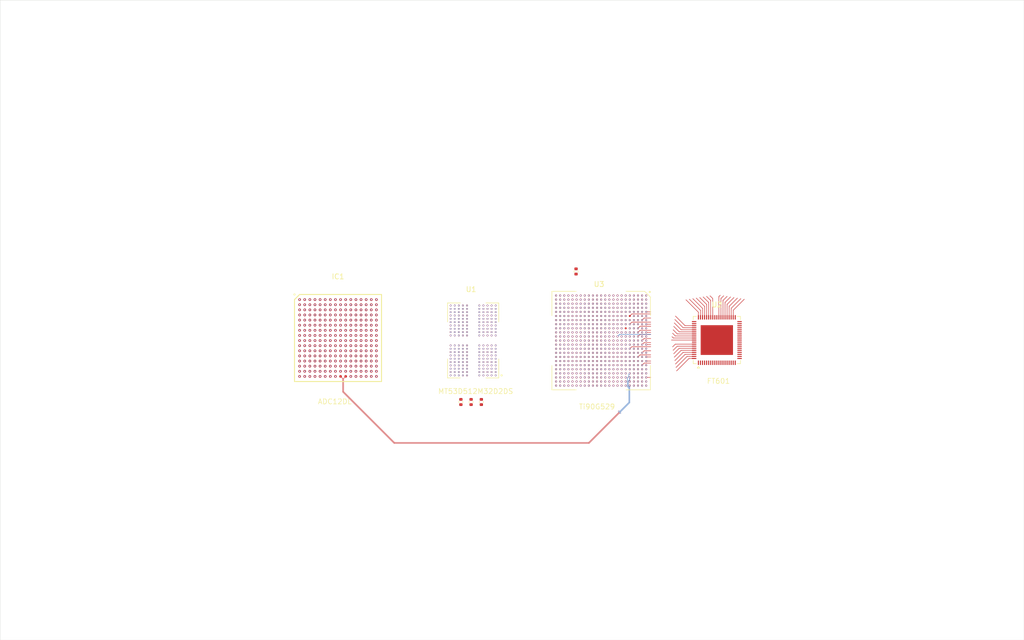
<source format=kicad_pcb>
(kicad_pcb (version 20241229) (generator "pcbnew") (generator_version "9.0")
  (layers (0 "F.Cu" signal) (4 "In1.Cu" signal) (6 "In2.Cu" signal) (8 "In3.Cu" signal) (10 "In4.Cu" signal) (12 "In5.Cu" signal) (14 "In6.Cu" signal) (16 "In7.Cu" signal) (18 "In8.Cu" signal) (2 "B.Cu" signal) (13 "F.Paste" user) (15 "B.Paste" user) (5 "F.SilkS" user "F.Silkscreen") (7 "B.SilkS" user "B.Silkscreen") (1 "F.Mask" user) (3 "B.Mask" user) (25 "Edge.Cuts" user))
  (net 0 "")
  (net 1 "unconnected-(IC1E-TMSTP+-PadD1)")
  (net 2 "unconnected-(IC1F-AGND_16-PadC6)")
  (net 3 "unconnected-(IC1F-AGND_37-PadN6)")
  (net 4 "unconnected-(IC1F-AGND_40-PadP3)")
  (net 5 "unconnected-(IC1F-DGND_18-PadT16)")
  (net 6 "unconnected-(IC1F-VLVDS_3-PadH11)")
  (net 7 "unconnected-(IC1F-VA19_3-PadG5)")
  (net 8 "unconnected-(IC1F-VA19_14-PadK4)")
  (net 9 "unconnected-(IC1D-INA--PadA5)")
  (net 10 "unconnected-(IC1F-VA11_10-PadL5)")
  (net 11 "unconnected-(IC1F-DGND_17-PadT15)")
  (net 12 "unconnected-(IC1F-AGND_47-PadR4)")
  (net 13 "unconnected-(IC1F-DGND_15-PadM7)")
  (net 14 "unconnected-(IC1F-VA11_7-PadF6)")
  (net 15 "unconnected-(IC1F-AGND_38-PadP1)")
  (net 16 "unconnected-(IC1E-ORB0-PadD8)")
  (net 17 "unconnected-(IC1F-AGND_41-PadP4)")
  (net 18 "unconnected-(IC1F-AGND_29-PadK1)")
  (net 19 "unconnected-(IC1F-DGND_16-PadN7)")
  (net 20 "unconnected-(IC1F-AGND_53-PadT3)")
  (net 21 "unconnected-(IC1F-AGND_17-PadC7)")
  (net 22 "unconnected-(IC1F-VA11_5-PadF4)")
  (net 23 "unconnected-(IC1F-AGND_45-PadR2)")
  (net 24 "unconnected-(IC1F-VA11_11-PadL6)")
  (net 25 "unconnected-(IC1E-SDO-PadN8)")
  (net 26 "unconnected-(IC1F-VA11_6-PadF5)")
  (net 27 "unconnected-(IC1F-VLVDS_5-PadH13)")
  (net 28 "unconnected-(IC1E-TDIODE+-PadM2)")
  (net 29 "unconnected-(IC1F-DGND_5-PadF7)")
  (net 30 "unconnected-(IC1F-AGND_49-PadR6)")
  (net 31 "unconnected-(IC1F-AGND_6-PadB3)")
  (net 32 "unconnected-(IC1F-VA11_1-PadE4)")
  (net 33 "unconnected-(IC1F-VA19_5-PadH3)")
  (net 34 "unconnected-(IC1F-VA11_14-PadM6)")
  (net 35 "unconnected-(IC1F-VA11_9-PadL4)")
  (net 36 "unconnected-(IC1F-AGND_27-PadH2)")
  (net 37 "unconnected-(IC1F-VLVDS_8-PadJ13)")
  (net 38 "unconnected-(IC1F-VA19_1-PadG3)")
  (net 39 "unconnected-(IC1F-AGND_34-PadN3)")
  (net 40 "unconnected-(IC1E-SDI-PadP8)")
  (net 41 "unconnected-(IC1F-AGND_4-PadA6)")
  (net 42 "unconnected-(IC1F-AGND_10-PadB7)")
  (net 43 "unconnected-(IC1F-AGND_3-PadA3)")
  (net 44 "unconnected-(IC1F-AGND_2-PadA2)")
  (net 45 "unconnected-(IC1E-ORA0-PadB8)")
  (net 46 "unconnected-(IC1F-DGND_3-PadD7)")
  (net 47 "unconnected-(IC1F-AGND_8-PadB5)")
  (net 48 "unconnected-(IC1F-VA19_7-PadH5)")
  (net 49 "unconnected-(IC1D-INB+-PadT4)")
  (net 50 "unconnected-(IC1F-AGND_36-PadN5)")
  (net 51 "unconnected-(IC1E-CALSTAT-PadB1)")
  (net 52 "unconnected-(IC1F-AGND_35-PadN4)")
  (net 53 "unconnected-(IC1E-PD-PadR1)")
  (net 54 "unconnected-(IC1D-INB--PadT5)")
  (net 55 "unconnected-(IC1F-VA11_13-PadM5)")
  (net 56 "unconnected-(IC1F-AGND_12-PadC2)")
  (net 57 "unconnected-(IC1F-AGND_9-PadB6)")
  (net 58 "unconnected-(IC1F-AGND_54-PadT6)")
  (net 59 "unconnected-(IC1F-AGND_31-PadL1)")
  (net 60 "unconnected-(IC1F-VA19_9-PadJ3)")
  (net 61 "unconnected-(IC1F-DGND_13-PadK7)")
  (net 62 "unconnected-(IC1D-CLK--PadJ1)")
  (net 63 "unconnected-(IC1F-AGND_33-PadM3)")
  (net 64 "unconnected-(IC1F-AGND_32-PadL2)")
  (net 65 "unconnected-(IC1F-AGND_44-PadP7)")
  (net 66 "unconnected-(IC1F-DGND_12-PadJ14)")
  (net 67 "unconnected-(IC1F-AGND_20-PadD5)")
  (net 68 "unconnected-(IC1F-VA11_3-PadE6)")
  (net 69 "unconnected-(IC1F-VA11_2-PadE5)")
  (net 70 "unconnected-(IC1F-AGND_14-PadC4)")
  (net 71 "unconnected-(IC1F-DGND_8-PadH8)")
  (net 72 "unconnected-(IC1F-VLVDS_9-PadK11)")
  (net 73 "unconnected-(IC1F-VLVDS_10-PadK12)")
  (net 74 "unconnected-(IC1F-DGND_9-PadH14)")
  (net 75 "unconnected-(IC1F-AGND_23-PadF1)")
  (net 76 "unconnected-(IC1F-AGND_50-PadR7)")
  (net 77 "unconnected-(IC1E-SYNCSE-PadE2)")
  (net 78 "unconnected-(IC1F-VA19_15-PadK5)")
  (net 79 "unconnected-(IC1F-AGND_48-PadR5)")
  (net 80 "unconnected-(IC1F-AGND_26-PadG2)")
  (net 81 "unconnected-(IC1F-AGND_25-PadG1)")
  (net 82 "unconnected-(IC1F-VLVDS_1-PadG11)")
  (net 83 "unconnected-(IC1E-BG-PadD2)")
  (net 84 "unconnected-(IC1E-TDIODE--PadN2)")
  (net 85 "unconnected-(IC1F-VA19_10-PadJ4)")
  (net 86 "unconnected-(IC1F-AGND_28-PadJ2)")
  (net 87 "unconnected-(IC1F-DGND_6-PadG7)")
  (net 88 "unconnected-(IC1E-SCS-PadR8)")
  (net 89 "unconnected-(IC1F-AGND_7-PadB4)")
  (net 90 "unconnected-(IC1F-AGND_30-PadK2)")
  (net 91 "unconnected-(IC1F-VA19_8-PadH6)")
  (net 92 "unconnected-(IC1F-AGND_11-PadC1)")
  (net 93 "unconnected-(IC1F-AGND_43-PadP6)")
  (net 94 "unconnected-(IC1F-VA19_12-PadJ6)")
  (net 95 "unconnected-(IC1F-DGND_10-PadJ7)")
  (net 96 "unconnected-(IC1E-ORB1-PadC8)")
  (net 97 "unconnected-(IC1D-INA+-PadA4)")
  (net 98 "unconnected-(IC1F-VA19_11-PadJ5)")
  (net 99 "unconnected-(IC1F-VD11_5-PadL8)")
  (net 100 "unconnected-(IC1F-VA19_16-PadK6)")
  (net 101 "unconnected-(IC1D-CLK+-PadH1)")
  (net 102 "unconnected-(IC1F-VA19_6-PadH4)")
  (net 103 "unconnected-(U1C-VDD1-PadF1)")
  (net 104 "unconnected-(IC1F-AGND_5-PadA7)")
  (net 105 "unconnected-(IC1F-VD11_6-PadM8)")
  (net 106 "unconnected-(IC1F-VA11_12-PadM4)")
  (net 107 "unconnected-(IC1F-VLVDS_2-PadG12)")
  (net 108 "unconnected-(U1C-VDD2-PadK1)")
  (net 109 "unconnected-(IC1F-AGND_24-PadF2)")
  (net 110 "unconnected-(IC1F-DGND_2-PadA16)")
  (net 111 "unconnected-(IC1F-DGND_7-PadH7)")
  (net 112 "unconnected-(IC1E-ORA1-PadA8)")
  (net 113 "unconnected-(IC1F-VA11_4-PadF3)")
  (net 114 "unconnected-(IC1F-AGND_15-PadC5)")
  (net 115 "unconnected-(IC1F-VD11_4-PadK8)")
  (net 116 "unconnected-(IC1F-AGND_19-PadD4)")
  (net 117 "unconnected-(IC1F-VA11_8-PadL3)")
  (net 118 "unconnected-(U1C-VDDQ-PadB3)")
  (net 119 "unconnected-(IC1F-VA19_13-PadK3)")
  (net 125 "unconnected-(IC1E-CALTRIG-PadB2)")
  (net 126 "unconnected-(IC1F-VLVDS_4-PadH12)")
  (net 127 "unconnected-(IC1F-AGND_55-PadT7)")
  (net 128 "unconnected-(IC1F-VA19_4-PadG6)")
  (net 129 "unconnected-(IC1F-AGND_1-PadA1)")
  (net 130 "unconnected-(IC1F-VD11_2-PadF8)")
  (net 131 "unconnected-(IC1E-SYSREF+-PadM1)")
  (net 133 "unconnected-(IC1F-AGND_22-PadE3)")
  (net 134 "unconnected-(IC1F-DGND_1-PadA15)")
  (net 135 "unconnected-(IC1F-DGND_11-PadJ8)")
  (net 136 "unconnected-(IC1F-AGND_39-PadP2)")
  (net 138 "unconnected-(IC1F-DGND_4-PadE7)")
  (net 139 "unconnected-(IC1F-VLVDS_7-PadJ12)")
  (net 140 "unconnected-(IC1F-VD11_1-PadE8)")
  (net 141 "unconnected-(IC1F-VA19_2-PadG4)")
  (net 144 "unconnected-(IC1F-AGND_18-PadD3)")
  (net 145 "unconnected-(IC1F-VLVDS_6-PadJ11)")
  (net 146 "unconnected-(IC1E-TMSTP--PadE1)")
  (net 147 "unconnected-(IC1F-DGND_14-PadL7)")
  (net 148 "unconnected-(IC1F-AGND_42-PadP5)")
  (net 149 "unconnected-(IC1F-VD11_3-PadG8)")
  (net 150 "unconnected-(IC1F-AGND_46-PadR3)")
  (net 151 "unconnected-(IC1E-SCLK-PadT8)")
  (net 152 "unconnected-(IC1F-AGND_52-PadT2)")
  (net 155 "unconnected-(IC1F-AGND_13-PadC3)")
  (net 156 "unconnected-(IC1F-AGND_21-PadD6)")
  (net 158 "unconnected-(IC1F-AGND_51-PadT1)")
  (net 159 "unconnected-(IC1E-SYSREF--PadN1)")
  (net 160 "unconnected-(U1C-VDD1-PadG9)")
  (net 163 "unconnected-(U1D-VSS-PadD9)")
  (net 164 "unconnected-(U1C-VDD2-PadAB4)")
  (net 165 "unconnected-(U1D-VSS-PadW4)")
  (net 166 "unconnected-(U1D-VSS-PadG12)")
  (net 167 "unconnected-(U1D-VSS-PadV8)")
  (net 168 "unconnected-(U1C-VDD1-PadU1)")
  (net 169 "unconnected-(U1C-VDD2-PadR1)")
  (net 170 "unconnected-(U1D-VSS-PadT8)")
  (net 171 "unconnected-(U1D-VSS-PadG5)")
  (net 172 "unconnected-(U1D-VSS-PadV5)")
  (net 173 "unconnected-(U1E-DNU-PadAA12)")
  (net 174 "unconnected-(U1C-VDD2-PadN1)")
  (net 175 "unconnected-(U1E-NC-PadH3)")
  (net 176 "unconnected-(U1E-DNU-PadAB12)")
  (net 177 "unconnected-(U1D-VSS-PadW9)")
  (net 178 "unconnected-(U1D-VSS-PadK2)")
  (net 179 "unconnected-(U1D-VSS-PadP1)")
  (net 180 "unconnected-(U1C-VDD2-PadN3)")
  (net 181 "unconnected-(U1C-VDD1-PadU12)")
  (net 182 "unconnected-(U1C-VDD1-PadF12)")
  (net 183 "unconnected-(U1D-VSS-PadAB8)")
  (net 184 "unconnected-(U1E-NC-PadG11)")
  (net 185 "unconnected-(U1C-VDDQ-PadAA5)")
  (net 186 "unconnected-(U1E-NC-PadR3)")
  (net 187 "unconnected-(U1D-VSS-PadV12)")
  (net 188 "unconnected-(U1D-VSS-PadD4)")
  (net 189 "unconnected-(U1D-VSS-PadP12)")
  (net 190 "unconnected-(U1C-VDDQ-PadD1)")
  (net 191 "unconnected-(U1C-VDDQ-PadD5)")
  (net 192 "unconnected-(U1E-DNU-PadB1)")
  (net 193 "unconnected-(U1C-VDD2-PadA9)")
  (net 194 "unconnected-(U1C-VDDQ-PadW1)")
  (net 195 "unconnected-(U1C-VDD2-PadH1)")
  (net 196 "unconnected-(U1D-VSS-PadG8)")
  (net 197 "unconnected-(U1D-VSS-PadE1)")
  (net 198 "unconnected-(U1E-DNU-PadAA1)")
  (net 199 "unconnected-(U1D-VSS-PadG1)")
  (net 200 "unconnected-(U1D-VSS-PadT5)")
  (net 201 "unconnected-(U1E-DNU-PadA12)")
  (net 202 "unconnected-(U1C-VDD2-PadN10)")
  (net 203 "unconnected-(U1D-VSS-PadK4)")
  (net 204 "unconnected-(U1D-VSS-PadN2)")
  (net 205 "unconnected-(U1C-VDD2-PadK10)")
  (net 206 "unconnected-(U1D-VSS-PadW2)")
  (net 207 "unconnected-(U1C-VDD2-PadU8)")
  (net 208 "unconnected-(U1E-DNU-PadAB2)")
  (net 209 "unconnected-(U1C-VDD2-PadH12)")
  (net 210 "unconnected-(U1D-VSS-PadD11)")
  (net 211 "unconnected-(U1D-VSS-PadN4)")
  (net 212 "unconnected-(U1C-VDD2-PadF8)")
  (net 213 "unconnected-(U1C-VDDQ-PadB10)")
  (net 214 "unconnected-(U1C-VDD2-PadH8)")
  (net 215 "unconnected-(U1D-VSS-PadE5)")
  (net 216 "unconnected-(U1D-VSS-PadP3)")
  (net 217 "unconnected-(U1C-VDDQ-PadW8)")
  (net 218 "unconnected-(U1D-VSS-PadJ1)")
  (net 219 "unconnected-(U1C-VDD2-PadF5)")
  (net 220 "unconnected-(U1E-NC-PadP5)")
  (net 221 "unconnected-(U1D-VSS-PadW11)")
  (net 222 "unconnected-(U1E-NC-PadN8)")
  (net 223 "unconnected-(U1C-VDD2-PadH5)")
  (net 224 "unconnected-(U1C-VDD2-PadR12)")
  (net 225 "unconnected-(U1D-VSS-PadN11)")
  (net 226 "unconnected-(U1E-NC-PadJ5)")
  (net 227 "unconnected-(U1D-VSS-PadC12)")
  (net 228 "unconnected-(U1D-VSS-PadE12)")
  (net 229 "unconnected-(U1E-DNU-PadAB1)")
  (net 230 "unconnected-(U1D-VSS-PadA3)")
  (net 231 "unconnected-(U1D-VSS-PadK11)")
  (net 232 "unconnected-(U1C-VDDQ-PadAA8)")
  (net 233 "unconnected-(U1C-VDD2-PadA4)")
  (net 234 "unconnected-(U1D-VSS-PadAB5)")
  (net 235 "unconnected-(U1D-VSS-PadG3)")
  (net 236 "unconnected-(U1E-DNU-PadA1)")
  (net 237 "unconnected-(U1C-VDD2-PadU5)")
  (net 238 "unconnected-(U1C-VDDQ-PadB8)")
  (net 239 "unconnected-(U1C-VDD1-PadG4)")
  (net 240 "unconnected-(U1C-VDDQ-PadD12)")
  (net 241 "unconnected-(U1D-VSS-PadC1)")
  (net 242 "unconnected-(U1C-VDDQ-PadB5)")
  (net 243 "unconnected-(U1D-VSS-PadP10)")
  (net 244 "unconnected-(U1D-VSS-PadY12)")
  (net 245 "unconnected-(U1C-VDDQ-PadAA10)")
  (net 246 "unconnected-(U1D-VSS-PadT10)")
  (net 247 "unconnected-(U1D-VSS-PadD2)")
  (net 248 "unconnected-(U1D-VSS-PadC5)")
  (net 249 "unconnected-(U1D-VSS-PadA10)")
  (net 250 "unconnected-(U1E-DNU-PadB12)")
  (net 251 "unconnected-(U1D-VSS-PadJ3)")
  (net 252 "unconnected-(U1D-VSS-PadY5)")
  (net 253 "unconnected-(U1D-VSS-PadT1)")
  (net 254 "unconnected-(U1C-VDDQ-PadF10)")
  (net 255 "unconnected-(U1E-NC-PadK8)")
  (net 256 "unconnected-(U1E-NC-PadK5)")
  (net 257 "unconnected-(U1C-VDD1-PadT9)")
  (net 258 "unconnected-(U1D-VSS-PadV1)")
  (net 259 "unconnected-(U1C-VDDQ-PadU10)")
  (net 260 "unconnected-(U1E-DNU-PadA11)")
  (net 261 "unconnected-(U1C-VDD1-PadT4)")
  (net 262 "unconnected-(U1D-VSS-PadJ10)")
  (net 263 "unconnected-(U1C-VDD2-PadR8)")
  (net 264 "unconnected-(U1E-NC-PadA8)")
  (net 265 "unconnected-(U1C-VDDQ-PadF3)")
  (net 266 "unconnected-(U1C-VDDQ-PadW5)")
  (net 267 "unconnected-(U1C-VDD2-PadN12)")
  (net 268 "unconnected-(U1C-VDD2-PadAB9)")
  (net 269 "unconnected-(U1E-DNU-PadA2)")
  (net 270 "unconnected-(U1E-DNU-PadAB11)")
  (net 271 "unconnected-(U1D-VSS-PadE8)")
  (net 272 "unconnected-(U1D-VSS-PadC8)")
  (net 273 "unconnected-(U1D-VSS-PadN9)")
  (net 274 "unconnected-(U1E-NC-PadN5)")
  (net 275 "unconnected-(U1C-VDD2-PadR5)")
  (net 276 "unconnected-(U1D-VSS-PadAB3)")
  (net 277 "unconnected-(U1D-VSS-PadT3)")
  (net 278 "unconnected-(U1C-VDD2-PadK3)")
  (net 279 "unconnected-(U1D-VSS-PadY8)")
  (net 280 "unconnected-(U1D-VSS-PadAB10)")
  (net 281 "unconnected-(U1C-VDD2-PadK12)")
  (net 282 "unconnected-(U1D-VSS-PadK9)")
  (net 283 "unconnected-(U1C-VDDQ-PadW12)")
  (net 284 "unconnected-(U1D-VSS-PadG10)")
  (net 285 "unconnected-(U1D-VSS-PadJ12)")
  (net 286 "unconnected-(U1C-VDDQ-PadD8)")
  (net 287 "unconnected-(U1D-VSS-PadT12)")
  (net 288 "unconnected-(U1D-VSS-PadY1)")
  (net 289 "unconnected-(U1C-VDDQ-PadAA3)")
  (net 290 "unconnected-(U1C-VDDQ-PadU3)")
  (net 291 "Net-(U2A-DATA_13)")
  (net 292 "Net-(U2A-DATA_21)")
  (net 293 "Net-(U2A-~{RD})")
  (net 294 "Net-(U2A-~{WR})")
  (net 295 "Net-(U2A-GPIO1)")
  (net 296 "Net-(U2A-DATA_5)")
  (net 297 "Net-(U2A-DATA_19)")
  (net 298 "Net-(U2A-CLK)")
  (net 299 "Net-(U2A-~{WAKEUP})")
  (net 300 "Net-(U2A-BE_2)")
  (net 301 "Net-(U2A-GPIO0)")
  (net 302 "Net-(U2A-DATA_0)")
  (net 303 "Net-(U2A-DATA_29)")
  (net 304 "Net-(U2A-~{OE})")
  (net 305 "Net-(U2A-DATA_22)")
  (net 306 "Net-(U2A-BE_3)")
  (net 307 "Net-(U2A-DATA_25)")
  (net 308 "Net-(U2A-DATA_24)")
  (net 309 "Net-(U2A-DATA_10)")
  (net 310 "Net-(U2A-DATA_15)")
  (net 311 "Net-(U2A-DATA_20)")
  (net 312 "Net-(U2A-DATA_8)")
  (net 313 "Net-(U2A-DATA_31)")
  (net 314 "Net-(U2A-~{RESET})")
  (net 315 "Net-(U2A-DATA_16)")
  (net 316 "Net-(U2A-DATA_6)")
  (net 317 "Net-(U2A-DATA_4)")
  (net 318 "Net-(U2A-DATA_23)")
  (net 319 "Net-(U2A-DATA_2)")
  (net 320 "Net-(U2A-DATA_18)")
  (net 321 "Net-(U2A-~{TXE})")
  (net 322 "Net-(U2A-DATA_9)")
  (net 323 "Net-(U2A-DATA_28)")
  (net 324 "Net-(U2A-DATA_14)")
  (net 325 "Net-(U2A-DATA_11)")
  (net 326 "Net-(U2A-BE_0)")
  (net 327 "Net-(U2A-DATA_1)")
  (net 328 "Net-(U2A-DATA_17)")
  (net 329 "Net-(U2A-~{RXF})")
  (net 330 "Net-(U2A-DATA_30)")
  (net 331 "Net-(U2A-BE_1)")
  (net 332 "Net-(U2A-DATA_26)")
  (net 333 "Net-(U2A-DATA_12)")
  (net 334 "Net-(U2A-~{SIWU})")
  (net 335 "Net-(U2A-DATA_7)")
  (net 336 "Net-(U2A-DATA_3)")
  (net 337 "Net-(U2A-DATA_27)")
  (net 338 "unconnected-(U3F-auxout-PadG19)")
  (net 339 "unconnected-(U3I-GND-PadAC23)")
  (net 340 "unconnected-(U3I-GND-PadR9)")
  (net 341 "unconnected-(U3J-GPIOL_03_CLK24-PadW5)")
  (net 342 "unconnected-(U3J-GPIOT_P_23_PLLIN0-PadD23)")
  (net 343 "unconnected-(U3G-TDO-PadT4)")
  (net 344 "unconnected-(U3F-overrange[1]-PadD15)")
  (net 345 "unconnected-(U3F-lvdsin_trig-PadB2)")
  (net 346 "unconnected-(U3G-CDONE-PadT6)")
  (net 347 "unconnected-(U3I-GND-PadAB17)")
  (net 348 "unconnected-(U3H-VCC-PadN9)")
  (net 349 "unconnected-(U3H-VCCIO33_TL-PadU22)")
  (net 350 "unconnected-(U3I-GND-PadY6)")
  (net 351 "unconnected-(U3I-GND-PadY18)")
  (net 352 "unconnected-(U3H-VCCIO33_BL-PadV2)")
  (net 353 "unconnected-(U3F-boardout[4]-PadH12)")
  (net 354 "unconnected-(U3H-VCCA_TR-PadH16)")
  (net 355 "unconnected-(U3H-VDDQ_PHY-PadY11)")
  (net 356 "unconnected-(U3H-VDDQ_PHY-PadY13)")
  (net 357 "unconnected-(U3H-VDDQ_PHY-PadW12)")
  (net 358 "unconnected-(U3F-boardout[6]-PadA14)")
  (net 359 "unconnected-(U3G-REF_RES_2A-PadT22)")
  (net 360 "unconnected-(U3H-VCCIO3B-PadF12)")
  (net 361 "unconnected-(U3H-VCC-PadN11)")
  (net 362 "unconnected-(U3H-VCCA_BL-PadR7)")
  (net 363 "unconnected-(U3H-VDD_PHY-PadT14)")
  (net 364 "unconnected-(U3H-VCCIO33_BR-PadF8)")
  (net 365 "unconnected-(U3H-VDDPLL_MCB_TOP_PHY-PadU12)")
  (net 366 "unconnected-(U3H-VCC-PadU16)")
  (net 367 "unconnected-(U3I-GND-PadM13)")
  (net 368 "unconnected-(U3H-VDD_PHY-PadR14)")
  (net 369 "unconnected-(U3F-boardout[1]-PadF11)")
  (net 370 "unconnected-(U3H-VCCIO33_TL-PadU19)")
  (net 371 "unconnected-(U3I-GND-PadM11)")
  (net 372 "unconnected-(U3F-debugout[4]-PadD9)")
  (net 373 "unconnected-(U3I-GND-PadD22)")
  (net 374 "unconnected-(U3F-spics[5]-PadV22)")
  (net 375 "unconnected-(U3F-boardout[2]-PadA12)")
  (net 376 "unconnected-(U3F-boardin[2]-PadH14)")
  (net 377 "unconnected-(U3I-GND-PadY4)")
  (net 378 "unconnected-(U3I-GND-PadM3)")
  (net 379 "unconnected-(U3I-GND-PadN12)")
  (net 380 "unconnected-(U3H-VDDQ_PHY-PadY5)")
  (net 381 "unconnected-(U3H-VDD_PHY-PadP9)")
  (net 382 "unconnected-(U3H-VDDQX_PHY-PadU15)")
  (net 383 "unconnected-(U3F-boardin[3]-PadD14)")
  (net 384 "unconnected-(U3H-VCCIO33_TR-PadF16)")
  (net 385 "unconnected-(U3J-GPIOL_02-PadU3)")
  (net 386 "unconnected-(U3F-adc_clkout-PadU17)")
  (net 387 "unconnected-(U3I-GND-PadM1)")
  (net 388 "unconnected-(U3I-GND-PadU14)")
  (net 389 "unconnected-(U3F-LED[0]-PadU1)")
  (net 390 "unconnected-(U3E-DDR_CS_N[1]-PadW16)")
  (net 391 "unconnected-(U3F-boardout[5]-PadC12)")
  (net 392 "unconnected-(U3J-GPIOB_N_33_CDI30-PadA3)")
  (net 393 "unconnected-(U3H-VDD_PHY-PadT9)")
  (net 394 "unconnected-(U3F-debugout[6]-PadA6)")
  (net 395 "unconnected-(U3H-VCCIO4B-PadM5)")
  (net 396 "unconnected-(U3G-REF_RES_2B-PadK23)")
  (net 397 "unconnected-(U3J-GPIOT_P_33-PadF17)")
  (net 398 "unconnected-(U3I-GND-PadAB11)")
  (net 399 "unconnected-(U3H-VCCIO4A-PadG4)")
  (net 400 "unconnected-(U3I-GND-PadA23)")
  (net 401 "unconnected-(U3I-GND-PadV13)")
  (net 402 "unconnected-(U3H-VCCIO3C-PadB8)")
  (net 403 "unconnected-(U3H-VDDQX_PHY-PadV9)")
  (net 404 "unconnected-(U3F-lvdsout_trig_b_N-PadD20)")
  (net 405 "unconnected-(U3I-GND-PadAC20)")
  (net 406 "unconnected-(U3I-GND-PadN10)")
  (net 407 "unconnected-(U3I-GND-PadM23)")
  (net 408 "unconnected-(U3F-debugout[11]-PadA11)")
  (net 409 "unconnected-(U3I-GND-PadM9)")
  (net 410 "unconnected-(U3G-TDI-PadU6)")
  (net 411 "unconnected-(U3I-GND-PadA19)")
  (net 412 "unconnected-(U3J-GPIOT_N_34-PadG18)")
  (net 413 "unconnected-(U3J-GPIOL_00_PLLIN1-PadV6)")
  (net 414 "unconnected-(U3J-GPIOB_P_32_CDI28-PadC4)")
  (net 415 "unconnected-(U3H-VDD_PHY-PadP11)")
  (net 416 "unconnected-(U3F-lockinfo[0]-PadC17)")
  (net 417 "unconnected-(U3I-GND-PadB3)")
  (net 418 "unconnected-(U3I-GND-PadY22)")
  (net 419 "unconnected-(U3H-VDDQX_PHY-PadV14)")
  (net 420 "unconnected-(U3I-GND-PadAB7)")
  (net 421 "unconnected-(U3F-ext_clkin-PadC5)")
  (net 422 "unconnected-(U3H-VDDQ_PHY-PadY3)")
  (net 423 "unconnected-(U3F-lvdsout_clk-PadF19)")
  (net 424 "unconnected-(U3I-GND-PadH1)")
  (net 425 "unconnected-(U3I-GND-PadP13)")
  (net 426 "unconnected-(U3I-GND-PadD19)")
  (net 427 "unconnected-(U3I-GND-PadU11)")
  (net 428 "unconnected-(U3F-exttrigin-PadF5)")
  (net 429 "unconnected-(U3I-GND-PadV17)")
  (net 430 "unconnected-(U3H-VCCIO3B-PadF14)")
  (net 431 "unconnected-(U3I-GND-PadL10)")
  (net 432 "unconnected-(U3G-REF_RES_2C-PadA22)")
  (net 433 "unconnected-(U3H-VDD_PHY-PadT15)")
  (net 434 "unconnected-(U3I-GND-PadA1)")
  (net 435 "unconnected-(U3F-spi_clk-PadV18)")
  (net 436 "unconnected-(U3H-VCC-PadJ11)")
  (net 437 "unconnected-(U3F-lockinfo[2]-PadA20)")
  (net 438 "unconnected-(U3I-GND-PadN8)")
  (net 439 "unconnected-(U3H-VCCIO2C-PadH17)")
  (net 440 "unconnected-(U3H-VCCIO4C-PadP4)")
  (net 441 "unconnected-(U3H-VDDQX_PHY-PadU10)")
  (net 442 "unconnected-(U3J-GPIOB_N_34-PadG5)")
  (net 443 "unconnected-(U3H-VCCIO4B-PadM8)")
  (net 444 "unconnected-(U3I-GND-PadR15)")
  (net 445 "unconnected-(U3I-GND-PadD10)")
  (net 446 "unconnected-(U3H-VDDQ_PHY-PadAB18)")
  (net 447 "unconnected-(U3I-GND-PadT21)")
  (net 448 "unconnected-(U3H-VCC-PadJ13)")
  (net 449 "unconnected-(U3H-VDDQ_PHY-PadW7)")
  (net 450 "unconnected-(U3J-GPIOB_P_33_CDI31-PadA4)")
  (net 451 "unconnected-(U3I-GND-PadB21)")
  (net 452 "unconnected-(U3H-VDDQ_PHY-PadAB10)")
  (net 453 "unconnected-(U3I-GND-PadAB13)")
  (net 454 "unconnected-(U3H-VCC-PadK14)")
  (net 455 "unconnected-(U3J-GPIOL_44-PadW20)")
  (net 456 "unconnected-(U3I-GND-PadN14)")
  (net 457 "unconnected-(U3J-GPIOL_21-PadV5)")
  (net 458 "unconnected-(U3I-GND-PadB6)")
  (net 459 "unconnected-(U3H-VDD_PHY-PadT10)")
  (net 460 "unconnected-(U3I-GND-PadV10)")
  (net 461 "unconnected-(U3H-VCC-PadN15)")
  (net 462 "unconnected-(U3F-debugout[0]-PadC8)")
  (net 463 "unconnected-(U3I-GND-PadK9)")
  (net 464 "unconnected-(U3I-GND-PadV15)")
  (net 465 "unconnected-(U3H-VCCIO4C-PadP2)")
  (net 466 "unconnected-(U3F-debugout[5]-PadC6)")
  (net 467 "unconnected-(U3F-debugout[8]-PadF10)")
  (net 468 "unconnected-(U3F-debugout[10]-PadH10)")
  (net 469 "unconnected-(U3I-GND-PadAB22)")
  (net 470 "unconnected-(U3I-GND-PadJ19)")
  (net 471 "unconnected-(U3I-GND-PadB14)")
  (net 472 "unconnected-(U3I-GND-PadY16)")
  (net 473 "unconnected-(U3H-VCCAUX-PadR16)")
  (net 474 "unconnected-(U3F-lvdsin_trig_b-PadD5)")
  (net 475 "unconnected-(U3H-VCC-PadJ9)")
  (net 476 "unconnected-(U3I-GND-PadB11)")
  (net 477 "unconnected-(U3I-GND-PadY10)")
  (net 478 "unconnected-(U3H-VCC-PadJ15)")
  (net 479 "unconnected-(U3H-VCCIO33_BL-PadU4)")
  (net 480 "unconnected-(U3F-lvdsout_trig-PadC21)")
  (net 481 "unconnected-(U3G-REF_RES_3C-PadD6)")
  (net 482 "unconnected-(U3F-boardout[3]-PadE12)")
  (net 483 "unconnected-(U3H-VDDQ_PHY-PadY19)")
  (net 484 "unconnected-(U3J-GPIOL_41-PadW23)")
  (net 485 "unconnected-(U3G-REF_RES_3A-PadE18)")
  (net 486 "unconnected-(U3H-VCCA_BR-PadJ8)")
  (net 487 "unconnected-(U3H-VDD_PHY-PadP12)")
  (net 488 "unconnected-(U3F-LED[2]-PadV3)")
  (net 489 "unconnected-(U3F-spics[4]-PadV21)")
  (net 490 "unconnected-(U3I-GND-PadV7)")
  (net 491 "unconnected-(U3I-GND-PadJ12)")
  (net 492 "unconnected-(U3H-VCC-PadN13)")
  (net 493 "unconnected-(U3H-VCCIO2C-PadK16)")
  (net 494 "unconnected-(U3F-lvdsout_spare-PadH19)")
  (net 495 "unconnected-(U3F-lvdsin_clk_N-PadE3)")
  (net 496 "unconnected-(U3H-VDDQ_PHY-PadY21)")
  (net 497 "unconnected-(U3I-GND-PadR12)")
  (net 498 "unconnected-(U3I-GND-PadK15)")
  (net 499 "unconnected-(U3G-REF_RES_4A-PadB5)")
  (net 500 "unconnected-(U3H-VCCIO2B-PadH21)")
  (net 501 "unconnected-(U3I-GND-PadAA19)")
  (net 502 "unconnected-(U3I-GND-PadAB2)")
  (net 503 "unconnected-(U3G-REF_RES_4B-PadJ1)")
  (net 504 "unconnected-(U3I-GND-PadY20)")
  (net 505 "unconnected-(U3I-GND-PadT17)")
  (net 506 "unconnected-(U3H-VCCIO2B-PadK22)")
  (net 507 "unconnected-(U3F-spics[2]-PadU20)")
  (net 508 "unconnected-(U3H-VCCAUX-PadK8)")
  (net 509 "unconnected-(U3H-VDDQ_CK_PHY-PadT12)")
  (net 510 "unconnected-(U3F-lvdsin_spare_N-PadH6)")
  (net 511 "unconnected-(U3F-debugout[7]-PadE7)")
  (net 512 "unconnected-(U3F-spics[0]-PadV19)")
  (net 513 "unconnected-(U3F-lvdsin_trig_b_N-PadE5)")
  (net 514 "unconnected-(U3F-lvdsin_spare-PadG6)")
  (net 515 "unconnected-(U3J-GPIOL_42-PadW21)")
  (net 516 "unconnected-(U3I-GND-PadAB5)")
  (net 517 "unconnected-(U3I-GND-PadAC1)")
  (net 518 "unconnected-(U3I-GND-PadY2)")
  (net 519 "unconnected-(U3I-GND-PadP10)")
  (net 520 "unconnected-(U3H-VCCIO3B-PadD13)")
  (net 521 "unconnected-(U3H-VCCIO2C-PadF18)")
  (net 522 "unconnected-(U3H-VCC-PadL13)")
  (net 523 "unconnected-(U3H-VCCIO4A-PadF6)")
  (net 524 "unconnected-(U3H-VCCIO4B-PadK7)")
  (net 525 "unconnected-(U3H-VCC-PadM14)")
  (net 526 "unconnected-(U3I-GND-PadK13)")
  (net 527 "unconnected-(U3H-VCCIO2A-PadP22)")
  (net 528 "unconnected-(U3H-VCCIO2A-PadR20)")
  (net 529 "unconnected-(U3J-GPIOT_N_23-PadC23)")
  (net 530 "unconnected-(U3H-VCC-PadL9)")
  (net 531 "unconnected-(U3G-REF_RES_4C-PadT2)")
  (net 532 "unconnected-(U3I-GND-PadF20)")
  (net 533 "unconnected-(U3G-REF_RES_3B-PadC14)")
  (net 534 "unconnected-(U3I-GND-PadJ10)")
  (net 535 "unconnected-(U3F-LED[3]-PadW3)")
  (net 536 "unconnected-(U3F-boardin[1]-PadE13)")
  (net 537 "unconnected-(U3F-spi_mosi-PadT19)")
  (net 538 "unconnected-(U3F-boardin[6]-PadB20)")
  (net 539 "unconnected-(U3J-GPIOL_05_CLK26-PadT3)")
  (net 540 "unconnected-(U3F-ddr_pllin-PadU18)")
  (net 541 "unconnected-(U3I-GND-PadJ14)")
  (net 542 "unconnected-(U3H-VCC-PadK10)")
  (net 543 "unconnected-(U3E-DDR_CS_N[3]-PadY17)")
  (net 544 "unconnected-(U3F-lvdsin_clk-PadE2)")
  (net 545 "unconnected-(U3F-main_pllin-PadW4)")
  (net 546 "unconnected-(U3H-VDD_PHY-PadP14)")
  (net 547 "unconnected-(U3H-VCCIO2A-PadP17)")
  (net 548 "unconnected-(U3F-boardin[7]-PadH9)")
  (net 549 "unconnected-(U3H-VDD_PHY-PadR13)")
  (net 550 "unconnected-(U3I-GND-PadY14)")
  (net 551 "unconnected-(U3H-VDDQX_PHY-PadV12)")
  (net 552 "unconnected-(U3H-VDD_PHY-PadR10)")
  (net 553 "unconnected-(U3J-GPIOB_N_32_CDI29-PadB4)")
  (net 554 "unconnected-(U3I-GND-PadM20)")
  (net 555 "unconnected-(U3I-GND-PadL14)")
  (net 556 "unconnected-(U3F-spics[1]-PadT18)")
  (net 557 "unconnected-(U3J-GPIOL_36_PLLIN1-PadU23)")
  (net 558 "unconnected-(U3F-boardin[4]-PadA7)")
  (net 559 "unconnected-(U3I-GND-PadK2)")
  (net 560 "unconnected-(U3F-spics[6]-PadU21)")
  (net 561 "unconnected-(U3H-VQPS-PadU7)")
  (net 562 "unconnected-(U3H-VDD_PHY-PadR11)")
  (net 563 "unconnected-(U3F-debugout[9]-PadB10)")
  (net 564 "unconnected-(U3H-VCCIO3A-PadD16)")
  (net 565 "unconnected-(U3J-GPIOL_01-PadW6)")
  (net 566 "unconnected-(U3I-GND-PadAC15)")
  (net 567 "unconnected-(U3I-GND-PadH23)")
  (net 568 "unconnected-(U3I-GND-PadK5)")
  (net 569 "unconnected-(U3H-VCCAUX-PadR8)")
  (net 570 "unconnected-(U3F-lvdsout_spare_N-PadH18)")
  (net 571 "unconnected-(U3I-GND-PadL12)")
  (net 572 "unconnected-(U3H-VDDQX_PHY-PadU9)")
  (net 573 "unconnected-(U3F-overrange[3]-PadA18)")
  (net 574 "unconnected-(U3F-lockinfo[1]-PadC18)")
  (net 575 "unconnected-(U3F-lvdsout_trig_b-PadD21)")
  (net 576 "unconnected-(U3J-GPIOL_43-PadW19)")
  (net 577 "unconnected-(U3F-boardin[5]-PadB19)")
  (net 578 "unconnected-(U3J-GPIOT_N_33-PadG17)")
  (net 579 "unconnected-(U3I-GND-PadP16)")
  (net 580 "unconnected-(U3H-VCC-PadT16)")
  (net 581 "unconnected-(U3F-fan_out-PadW2)")
  (net 582 "unconnected-(U3G-TCK-PadU5)")
  (net 583 "unconnected-(U3H-VCC-PadL15)")
  (net 584 "unconnected-(U3F-debugout[3]-PadB9)")
  (net 585 "unconnected-(U3J-GPIOL_40-PadW22)")
  (net 586 "unconnected-(U3F-neo_led-PadV4)")
  (net 587 "unconnected-(U3I-GND-PadT7)")
  (net 588 "unconnected-(U3J-GPIOL_04_CLK25-PadU2)")
  (net 589 "unconnected-(U3I-GND-PadAC4)")
  (net 590 "unconnected-(U3F-spics[7]-PadV20)")
  (net 591 "unconnected-(U3H-VCC-PadT8)")
  (net 592 "unconnected-(U3F-overrange[2]-PadB16)")
  (net 593 "unconnected-(U3H-VCCIO4C-PadN7)")
  (net 594 "unconnected-(U3I-GND-PadH7)")
  (net 595 "unconnected-(U3H-VCCIO3A-PadB17)")
  (net 596 "unconnected-(U3H-VCCIO2B-PadM17)")
  (net 597 "unconnected-(U3H-VDDQ_PHY-PadAB14)")
  (net 598 "unconnected-(U3I-GND-PadY12)")
  (net 599 "unconnected-(U3H-VCCIO4A-PadD4)")
  (net 600 "unconnected-(U3I-GND-PadF2)")
  (net 601 "unconnected-(U3I-GND-PadH4)")
  (net 602 "unconnected-(U3H-VDD_PHY-PadP15)")
  (net 603 "unconnected-(U3F-spi_miso-PadT20)")
  (net 604 "unconnected-(U3H-VDD_PHY-PadT11)")
  (net 605 "unconnected-(U3G-TMS-PadT5)")
  (net 606 "unconnected-(U3I-GND-PadD1)")
  (net 607 "unconnected-(U3H-VDDQ_PHY-PadAB6)")
  (net 608 "unconnected-(U3H-VDDQX_PHY-PadV11)")
  (net 609 "unconnected-(U3I-GND-PadF22)")
  (net 610 "unconnected-(U3H-VCC-PadK12)")
  (net 611 "unconnected-(U3I-GND-PadM15)")
  (net 612 "unconnected-(U3E-DDR_CKE[1]-PadAA13)")
  (net 613 "unconnected-(U3F-lvdsout_clk_N-PadE19)")
  (net 614 "unconnected-(U3H-VDDQ_PHY-PadY23)")
  (net 615 "unconnected-(U3I-GND-PadT1)")
  (net 616 "unconnected-(U3H-VDD_PHY-PadT13)")
  (net 617 "unconnected-(U3I-GND-PadY8)")
  (net 618 "unconnected-(U3H-VDDQ_PHY-PadY1)")
  (net 619 "unconnected-(U3H-VCCIO3C-PadD7)")
  (net 620 "unconnected-(U3F-spics[3]-PadV23)")
  (net 621 "unconnected-(U3F-overrange[0]-PadA15)")
  (net 622 "unconnected-(U3J-GPIOL_06_CLK27-PadV1)")
  (net 623 "unconnected-(U3I-GND-PadAC9)")
  (net 624 "unconnected-(U3F-lockinfo[3]-PadD18)")
  (net 625 "unconnected-(U3F-debugout[1]-PadD8)")
  (net 626 "unconnected-(U3F-lvdsout_trig_N-PadC22)")
  (net 627 "unconnected-(U3F-boardout[0]-PadD11)")
  (net 628 "unconnected-(U3F-boardin[0]-PadC13)")
  (net 629 "unconnected-(U3H-VCCIO3B-PadG10)")
  (net 630 "unconnected-(U3H-VCC-PadL11)")
  (net 631 "unconnected-(U3F-lvdsin_trig_N-PadA2)")
  (net 632 "unconnected-(U3F-boardout[7]-PadG13)")
  (net 633 "unconnected-(U3F-LED[1]-PadW1)")
  (net 634 "unconnected-(U3I-GND-PadT23)")
  (net 635 "unconnected-(U3G-CRESET_N-PadR6)")
  (net 636 "unconnected-(U3H-VCC-PadM12)")
  (net 637 "unconnected-(U3F-debugout[2]-PadA9)")
  (net 638 "unconnected-(U3H-VCCAUX-PadJ16)")
  (net 639 "unconnected-(U3H-VDDQ_PHY-PadW18)")
  (net 640 "unconnected-(U3H-VCC-PadM10)")
  (net 641 "unconnected-(U3H-VDDQX_PHY-PadU13)")
  (net 642 "unconnected-(U3H-VCCA_TL-PadR17)")
  (net 643 "unconnected-(U3I-GND-PadK11)")
  (net 644 "unconnected-(U3H-VCC-PadU8)")
  (net 645 "Net-(U1A-DQ0_B)")
  (net 646 "Net-(U1A-DQ13_B)")
  (net 647 "Net-(U1A-DQ1_A)")
  (net 648 "Net-(U1A-DQ0_A)")
  (net 649 "Net-(U1A-DQ10_B)")
  (net 650 "Net-(U1A-DQ1_B)")
  (net 651 "Net-(U1A-DQ5_B)")
  (net 652 "Net-(U1A-DQ6_B)")
  (net 653 "Net-(U1A-DQ15_A)")
  (net 654 "Net-(U1A-DQ12_A)")
  (net 655 "Net-(U1A-DQ9_A)")
  (net 656 "Net-(U1A-DQ14_A)")
  (net 657 "Net-(U1A-DQ2_A)")
  (net 658 "Net-(U1A-DQ11_B)")
  (net 659 "Net-(U1A-DQ7_A)")
  (net 660 "Net-(U1A-DQS0_c_A)")
  (net 661 "Net-(U1A-DQ6_A)")
  (net 662 "Net-(U1A-DMI0_B)")
  (net 663 "Net-(U1A-DQ8_A)")
  (net 664 "Net-(U1A-DQS1_t_B)")
  (net 665 "Net-(U1A-DQ3_A)")
  (net 666 "Net-(U1A-DQS0_t_B)")
  (net 667 "Net-(U1A-DMI0_A)")
  (net 668 "Net-(U1A-DQ11_A)")
  (net 669 "Net-(U1A-DQ3_B)")
  (net 670 "Net-(U1A-DQ15_B)")
  (net 671 "Net-(U1A-DMI1_B)")
  (net 672 "Net-(U1A-DQS1_c_B)")
  (net 673 "Net-(U1A-DQ4_B)")
  (net 674 "Net-(U1A-DQ7_B)")
  (net 675 "Net-(U1A-DQ10_A)")
  (net 676 "Net-(U1A-DQ4_A)")
  (net 677 "Net-(U1B-CS0_A)")
  (net 678 "Net-(U1A-DQ14_B)")
  (net 679 "Net-(U1A-DQ8_B)")
  (net 680 "Net-(U1A-DQS0_c_B)")
  (net 681 "Net-(U1A-DQ13_A)")
  (net 682 "Net-(U1A-DQ2_B)")
  (net 683 "Net-(U1A-DMI1_A)")
  (net 684 "Net-(U1A-DQ9_B)")
  (net 685 "Net-(U1A-DQS0_t_A)")
  (net 686 "Net-(U1A-DQS1_c_A)")
  (net 687 "Net-(U1A-DQ12_B)")
  (net 688 "Net-(U1A-DQ5_A)")
  (net 689 "Net-(U1A-DQS1_t_A)")
  (net 690 "GND")
  (net 691 "Net-(U3E-DDR_CAL)")
  (net 693 "Net-(U1B-ZQ0)")
  (net 694 "/fpga_ddr/1V1")
  (net 695 "Net-(U1B-ODT_CA_A)")
  (net 696 "Net-(U1B-ODT_CA_B)")
  (net 697 "Net-(U1B-CA5_A)")
  (net 698 "Net-(U1B-CKE0_A)")
  (net 699 "Net-(U1B-RESET_n)")
  (net 700 "Net-(U1B-CA4_A)")
  (net 701 "Net-(U1B-CA0_A)")
  (net 702 "Net-(U1B-CA1_A)")
  (net 703 "Net-(U1B-CA3_A)")
  (net 704 "Net-(U1B-CA2_A)")
  (net 705 "Net-(U1B-CS0_B)")
  (net 706 "Net-(U1B-CK_t_A)")
  (net 707 "Net-(U1B-CK_c_A)")
  (net 724 "/fpga_adc/lvds_rx1_1_P")
  (net 725 "/fpga_adc/lvds_rx1_1_N")
  (net 726 "/fpga_adc/lvds_rx3_1_P")
  (net 727 "/fpga_adc/lvds_rx3_1_N")
  (net 728 "unconnected-(U3J-NC-PadW10)")
  (net 729 "unconnected-(U3J-NC-PadV16)")
  (net 730 "unconnected-(U3J-NC-PadW13)")
  (net 731 "unconnected-(U3J-NC-PadW14)")
  (net 732 "unconnected-(U3J-NC-PadW15)")
  (net 733 "unconnected-(U3J-NC-PadW11)")
  (net 734 "/fpga_adc/lvds_rx4_9_N")
  (net 735 "/fpga_adc/lvds_rx1_3_N")
  (net 736 "/fpga_adc/lvds_rx1_7_P")
  (net 737 "/fpga_adc/lvds_rx4_2_N")
  (net 738 "/fpga_adc/lvds_rx4_8_N")
  (net 739 "/fpga_adc/lvds_rx1_9_N")
  (net 740 "/fpga_adc/lvds_rx2_7_N")
  (net 741 "/fpga_adc/lvds_rx2_2_P")
  (net 742 "/fpga_adc/lvds_rx1_6_N")
  (net 743 "/fpga_adc/lvds_rx2_8_N")
  (net 744 "/fpga_adc/lvds_rx2_1_N")
  (net 745 "/fpga_adc/lvds_rx1_5_N")
  (net 746 "/fpga_adc/lvds_rx1_10_P")
  (net 747 "/fpga_adc/lvds_rx2_5_P")
  (net 748 "/fpga_adc/lvds_rx3_2_P")
  (net 749 "/fpga_adc/lvds_rx1_10_N")
  (net 750 "/fpga_adc/lvds_rx2_3_N")
  (net 751 "/fpga_adc/lvds_rx4_4_N")
  (net 752 "/fpga_adc/lvds_rx1_5_P")
  (net 753 "/fpga_adc/lvds_rx4_13_N")
  (net 754 "/fpga_adc/lvds_rx1_7_N")
  (net 755 "/fpga_adc/lvds_rx3_10_P")
  (net 756 "/fpga_adc/lvds_rx3_11_N")
  (net 757 "/fpga_adc/lvds_rx4_10_P")
  (net 758 "/fpga_adc/lvds_rx1_9_P")
  (net 759 "/fpga_adc/lvds_rx3_6_N")
  (net 760 "/fpga_adc/lvds_rx1_13_P")
  (net 761 "/fpga_adc/lvds_rx2_12_P")
  (net 762 "/fpga_adc/lvds_rx3_11_P")
  (net 763 "/fpga_adc/lvds_rx4_6_P")
  (net 764 "/fpga_adc/lvds_rx3_5_P")
  (net 765 "/fpga_adc/lvds_rx1_2_P")
  (net 766 "/fpga_adc/lvds_rx4_13_P")
  (net 767 "/fpga_adc/lvds_rx2_12_N")
  (net 768 "/fpga_adc/lvds_rx2_11_P")
  (net 769 "/fpga_adc/lvds_rx1_12_P")
  (net 770 "/fpga_adc/lvds_rx2_10_N")
  (net 771 "/fpga_adc/lvds_rx_top_clkin2_P")
  (net 772 "/fpga_adc/lvds_rx3_3_N")
  (net 773 "/fpga_adc/lvds_rx4_6_N")
  (net 774 "/fpga_adc/lvds_rx4_8_P")
  (net 775 "/fpga_adc/lvds_rx3_9_P")
  (net 776 "/fpga_adc/lvds_rx3_8_N")
  (net 777 "/fpga_adc/lvds_rx1_2_N")
  (net 778 "/fpga_adc/lvds_rx4_7_N")
  (net 779 "/fpga_adc/lvds_rx_top_clkin1_P")
  (net 780 "/fpga_adc/lvds_rx1_8_P")
  (net 781 "/fpga_adc/lvds_rx2_9_N")
  (net 782 "/fpga_adc/lvds_rx2_1_P")
  (net 783 "/fpga_adc/lvds_rx3_10_N")
  (net 784 "/fpga_adc/lvds_rx1_13_N")
  (net 785 "/fpga_adc/lvds_rx3_5_N")
  (net 786 "/fpga_adc/lvds_rx2_7_P")
  (net 787 "/fpga_adc/lvds_rx4_10_N")
  (net 788 "/fpga_adc/lvds_rx2_4_P")
  (net 789 "/fpga_adc/lvds_rx3_3_P")
  (net 790 "/fpga_adc/lvds_rx3_7_N")
  (net 791 "/fpga_adc/lvds_rx4_2_P")
  (net 792 "/fpga_adc/lvds_rx2_2_N")
  (net 793 "/fpga_adc/lvds_rx2_10_P")
  (net 794 "/fpga_adc/lvds_rx4_9_P")
  (net 795 "/fpga_adc/lvds_rx4_4_P")
  (net 796 "/fpga_adc/lvds_rx4_11_P")
  (net 797 "/fpga_adc/lvds_rx1_12_N")
  (net 798 "/fpga_adc/lvds_rx1_11_N")
  (net 799 "/fpga_adc/lvds_rx3_12_P")
  (net 800 "/fpga_adc/lvds_rx1_11_P")
  (net 801 "/fpga_adc/lvds_rx4_11_N")
  (net 802 "/fpga_adc/lvds_rx_top_clkin4_N")
  (net 803 "/fpga_adc/lvds_rx4_3_N")
  (net 804 "/fpga_adc/lvds_rx2_9_P")
  (net 805 "/fpga_adc/lvds_rx3_4_N")
  (net 806 "/fpga_adc/lvds_rx_top_clkin3_P")
  (net 807 "/fpga_adc/lvds_rx1_8_N")
  (net 808 "/fpga_adc/lvds_rx3_2_N")
  (net 809 "/fpga_adc/lvds_rx_top_clkin1_N")
  (net 810 "/fpga_adc/lvds_rx2_3_P")
  (net 811 "/fpga_adc/lvds_rx1_4_P")
  (net 812 "/fpga_adc/lvds_rx2_8_P")
  (net 813 "/fpga_adc/lvds_rx1_4_N")
  (net 814 "/fpga_adc/lvds_rx2_5_N")
  (net 815 "/fpga_adc/lvds_rx4_5_P")
  (net 816 "/fpga_adc/lvds_rx_top_clkin2_N")
  (net 817 "/fpga_adc/lvds_rx2_6_N")
  (net 818 "/fpga_adc/lvds_rx3_13_N")
  (net 819 "/fpga_adc/lvds_rx3_13_P")
  (net 820 "/fpga_adc/lvds_rx4_7_P")
  (net 821 "/fpga_adc/lvds_rx4_3_P")
  (net 822 "/fpga_adc/lvds_rx4_1_P")
  (net 823 "/fpga_adc/lvds_rx_top_clkin3_N")
  (net 824 "/fpga_adc/lvds_rx_top_clkin4_P")
  (net 825 "/fpga_adc/lvds_rx3_6_P")
  (net 826 "/fpga_adc/lvds_rx2_13_P")
  (net 827 "/fpga_adc/lvds_rx4_12_N")
  (net 828 "/fpga_adc/lvds_rx3_9_N")
  (net 829 "/fpga_adc/lvds_rx3_8_P")
  (net 830 "/fpga_adc/lvds_rx2_11_N")
  (net 831 "/fpga_adc/lvds_rx4_5_N")
  (net 832 "/fpga_adc/lvds_rx3_4_P")
  (net 833 "/fpga_adc/lvds_rx4_12_P")
  (net 834 "/fpga_adc/lvds_rx1_3_P")
  (net 835 "/fpga_adc/lvds_rx1_6_P")
  (net 836 "/fpga_adc/lvds_rx3_12_N")
  (net 837 "/fpga_adc/lvds_rx2_13_N")
  (net 838 "/fpga_adc/lvds_rx3_7_P")
  (net 839 "/fpga_adc/lvds_rx2_6_P")
  (net 840 "/fpga_adc/lvds_rx4_1_N")
  (net 841 "/fpga_adc/lvds_rx2_4_N")
  (footprint "ADC12DL:BGA256C100P16X16_1700X1700X331" (layer "F.Cu") (at 144 102.5)
    (property "Reference" "IC1")
    (property "Value" "ADC12DL500ACF_Aligned" (hide yes))
  )
  (footprint "G529:BGA-529_23x23_19.0x19.0mm" (layer "F.Cu") (at 195.4 103 -90)
    (property "Reference" "U3")
    (property "Value" "Ti90G529_Functions" (hide yes))
  )
  (footprint "MT53D512M32D2DS-053 WT_D:IC_MT53D512M16D1DS-046_WT_D" (layer "F.Cu") (at 170.4 102.975 180)
    (property "Reference" "U1")
    (property "Value" "MT53D512M16D1DS_Aligned" (hide yes))
  )
  (footprint "Resistor_SMD:R_0402_1005Metric" (layer "F.Cu") (at 170 115 -90)
    (property "Reference" "R3" (hide yes))
    (property "Value" "240" (hide yes))
  )
  (footprint "Resistor_SMD:R_0402_1005Metric" (layer "F.Cu") (at 190.5 89.5 90)
    (property "Reference" "R1" (hide yes))
    (property "Value" "240" (hide yes))
  )
  (footprint "Package_DFN_QFN:QFN-76-1EP_9x9mm_P0.4mm_EP5.81x6.31mm" (layer "F.Cu") (at 218 102.9 90)
    (property "Reference" "U2")
    (property "Value" "FT601Q_Aligned" (hide yes))
  )
  (footprint "Resistor_SMD:R_0402_1005Metric" (layer "F.Cu") (at 168 115 -90)
    (property "Reference" "R4" (hide yes))
    (property "Value" "240" (hide yes))
  )
  (footprint "Resistor_SMD:R_0402_1005Metric" (layer "F.Cu") (at 172 115 -90)
    (property "Reference" "R2" (hide yes))
    (property "Value" "240" (hide yes))
  )
  (gr_rect (start 78 36.5) (end 278 161.5) (stroke (width 0.05)) (fill no) (layer "Edge.Cuts"))
  (gr_text "MT53D512M32D2DS" (at 163.5 113.5 0) (layer "F.SilkS") (effects (font (size 1 1) (thickness 0.125)) (justify left bottom)))
  (gr_text "FT601" (at 216 111.5 0) (layer "F.SilkS") (effects (font (size 1 1) (thickness 0.125)) (justify left bottom)))
  (gr_text "ADC12DL" (at 140 115.5 0) (layer "F.SilkS") (effects (font (size 1 1) (thickness 0.125)) (justify left bottom)))
  (gr_text "Ti90G529" (at 191 116.5 0) (layer "F.SilkS") (effects (font (size 1 1) (thickness 0.125)) (justify left bottom)))
  (via (at 136.5 98) (size 0.3) (drill 0.2) (layers "F.Cu" "B.Cu") (net 1))
  (via (at 141.5 97) (size 0.3) (drill 0.2) (layers "F.Cu" "B.Cu") (net 2))
  (via (at 141.5 107) (size 0.3) (drill 0.2) (layers "F.Cu" "B.Cu") (net 3))
  (via (at 138.5 108) (size 0.3) (drill 0.2) (layers "F.Cu" "B.Cu") (net 4))
  (via (at 151.5 110) (size 0.3) (drill 0.2) (layers "F.Cu" "B.Cu") (net 5))
  (via (at 146.5 102) (size 0.3) (drill 0.2) (layers "F.Cu" "B.Cu") (net 6))
  (via (at 140.5 101) (size 0.3) (drill 0.2) (layers "F.Cu" "B.Cu") (net 7))
  (via (at 139.5 104) (size 0.3) (drill 0.2) (layers "F.Cu" "B.Cu") (net 8))
  (via (at 140.5 95) (size 0.3) (drill 0.2) (layers "F.Cu" "B.Cu") (net 9))
  (via (at 140.5 105) (size 0.3) (drill 0.2) (layers "F.Cu" "B.Cu") (net 10))
  (via (at 150.5 110) (size 0.3) (drill 0.2) (layers "F.Cu" "B.Cu") (net 11))
  (via (at 139.5 109) (size 0.3) (drill 0.2) (layers "F.Cu" "B.Cu") (net 12))
  (via (at 142.5 106) (size 0.3) (drill 0.2) (layers "F.Cu" "B.Cu") (net 13))
  (via (at 141.5 100) (size 0.3) (drill 0.2) (layers "F.Cu" "B.Cu") (net 14))
  (via (at 136.5 108) (size 0.3) (drill 0.2) (layers "F.Cu" "B.Cu") (net 15))
  (via (at 143.5 98) (size 0.3) (drill 0.2) (layers "F.Cu" "B.Cu") (net 16))
  (via (at 139.5 108) (size 0.3) (drill 0.2) (layers "F.Cu" "B.Cu") (net 17))
  (via (at 136.5 104) (size 0.3) (drill 0.2) (layers "F.Cu" "B.Cu") (net 18))
  (via (at 142.5 107) (size 0.3) (drill 0.2) (layers "F.Cu" "B.Cu") (net 19))
  (via (at 138.5 110) (size 0.3) (drill 0.2) (layers "F.Cu" "B.Cu") (net 20))
  (via (at 142.5 97) (size 0.3) (drill 0.2) (layers "F.Cu" "B.Cu") (net 21))
  (via (at 139.5 100) (size 0.3) (drill 0.2) (layers "F.Cu" "B.Cu") (net 22))
  (via (at 137.5 109) (size 0.3) (drill 0.2) (layers "F.Cu" "B.Cu") (net 23))
  (via (at 141.5 105) (size 0.3) (drill 0.2) (layers "F.Cu" "B.Cu") (net 24))
  (via (at 143.5 107) (size 0.3) (drill 0.2) (layers "F.Cu" "B.Cu") (net 25))
  (via (at 140.5 100) (size 0.3) (drill 0.2) (layers "F.Cu" "B.Cu") (net 26))
  (via (at 148.5 102) (size 0.3) (drill 0.2) (layers "F.Cu" "B.Cu") (net 27))
  (via (at 137.5 106) (size 0.3) (drill 0.2) (layers "F.Cu" "B.Cu") (net 28))
  (via (at 142.5 100) (size 0.3) (drill 0.2) (layers "F.Cu" "B.Cu") (net 29))
  (via (at 141.5 109) (size 0.3) (drill 0.2) (layers "F.Cu" "B.Cu") (net 30))
  (via (at 138.5 96) (size 0.3) (drill 0.2) (layers "F.Cu" "B.Cu") (net 31))
  (via (at 139.5 99) (size 0.3) (drill 0.2) (layers "F.Cu" "B.Cu") (net 32))
  (via (at 138.5 102) (size 0.3) (drill 0.2) (layers "F.Cu" "B.Cu") (net 33))
  (via (at 141.5 106) (size 0.3) (drill 0.2) (layers "F.Cu" "B.Cu") (net 34))
  (via (at 139.5 105) (size 0.3) (drill 0.2) (layers "F.Cu" "B.Cu") (net 35))
  (via (at 137.5 102) (size 0.3) (drill 0.2) (layers "F.Cu" "B.Cu") (net 36))
  (via (at 148.5 103) (size 0.3) (drill 0.2) (layers "F.Cu" "B.Cu") (net 37))
  (via (at 138.5 101) (size 0.3) (drill 0.2) (layers "F.Cu" "B.Cu") (net 38))
  (via (at 138.5 107) (size 0.3) (drill 0.2) (layers "F.Cu" "B.Cu") (net 39))
  (via (at 143.5 108) (size 0.3) (drill 0.2) (layers "F.Cu" "B.Cu") (net 40))
  (via (at 141.5 95) (size 0.3) (drill 0.2) (layers "F.Cu" "B.Cu") (net 41))
  (via (at 142.5 96) (size 0.3) (drill 0.2) (layers "F.Cu" "B.Cu") (net 42))
  (via (at 138.5 95) (size 0.3) (drill 0.2) (layers "F.Cu" "B.Cu") (net 43))
  (via (at 137.5 95) (size 0.3) (drill 0.2) (layers "F.Cu" "B.Cu") (net 44))
  (via (at 143.5 96) (size 0.3) (drill 0.2) (layers "F.Cu" "B.Cu") (net 45))
  (via (at 142.5 98) (size 0.3) (drill 0.2) (layers "F.Cu" "B.Cu") (net 46))
  (via (at 140.5 96) (size 0.3) (drill 0.2) (layers "F.Cu" "B.Cu") (net 47))
  (via (at 140.5 102) (size 0.3) (drill 0.2) (layers "F.Cu" "B.Cu") (net 48))
  (via (at 139.5 110) (size 0.3) (drill 0.2) (layers "F.Cu" "B.Cu") (net 49))
  (via (at 140.5 107) (size 0.3) (drill 0.2) (layers "F.Cu" "B.Cu") (net 50))
  (via (at 136.5 96) (size 0.3) (drill 0.2) (layers "F.Cu" "B.Cu") (net 51))
  (via (at 139.5 107) (size 0.3) (drill 0.2) (layers "F.Cu" "B.Cu") (net 52))
  (via (at 136.5 109) (size 0.3) (drill 0.2) (layers "F.Cu" "B.Cu") (net 53))
  (via (at 140.5 110) (size 0.3) (drill 0.2) (layers "F.Cu" "B.Cu") (net 54))
  (via (at 140.5 106) (size 0.3) (drill 0.2) (layers "F.Cu" "B.Cu") (net 55))
  (via (at 137.5 97) (size 0.3) (drill 0.2) (layers "F.Cu" "B.Cu") (net 56))
  (via (at 141.5 96) (size 0.3) (drill 0.2) (layers "F.Cu" "B.Cu") (net 57))
  (via (at 141.5 110) (size 0.3) (drill 0.2) (layers "F.Cu" "B.Cu") (net 58))
  (via (at 136.5 105) (size 0.3) (drill 0.2) (layers "F.Cu" "B.Cu") (net 59))
  (via (at 138.5 103) (size 0.3) (drill 0.2) (layers "F.Cu" "B.Cu") (net 60))
  (via (at 142.5 104) (size 0.3) (drill 0.2) (layers "F.Cu" "B.Cu") (net 61))
  (via (at 136.5 103) (size 0.3) (drill 0.2) (layers "F.Cu" "B.Cu") (net 62))
  (via (at 138.5 106) (size 0.3) (drill 0.2) (layers "F.Cu" "B.Cu") (net 63))
  (via (at 137.5 105) (size 0.3) (drill 0.2) (layers "F.Cu" "B.Cu") (net 64))
  (via (at 142.5 108) (size 0.3) (drill 0.2) (layers "F.Cu" "B.Cu") (net 65))
  (via (at 149.5 103) (size 0.3) (drill 0.2) (layers "F.Cu" "B.Cu") (net 66))
  (via (at 140.5 98) (size 0.3) (drill 0.2) (layers "F.Cu" "B.Cu") (net 67))
  (via (at 141.5 99) (size 0.3) (drill 0.2) (layers "F.Cu" "B.Cu") (net 68))
  (via (at 140.5 99) (size 0.3) (drill 0.2) (layers "F.Cu" "B.Cu") (net 69))
  (via (at 139.5 97) (size 0.3) (drill 0.2) (layers "F.Cu" "B.Cu") (net 70))
  (via (at 143.5 102) (size 0.3) (drill 0.2) (layers "F.Cu" "B.Cu") (net 71))
  (via (at 146.5 104) (size 0.3) (drill 0.2) (layers "F.Cu" "B.Cu") (net 72))
  (via (at 147.5 104) (size 0.3) (drill 0.2) (layers "F.Cu" "B.Cu") (net 73))
  (via (at 149.5 102) (size 0.3) (drill 0.2) (layers "F.Cu" "B.Cu") (net 74))
  (via (at 136.5 100) (size 0.3) (drill 0.2) (layers "F.Cu" "B.Cu") (net 75))
  (via (at 142.5 109) (size 0.3) (drill 0.2) (layers "F.Cu" "B.Cu") (net 76))
  (via (at 137.5 99) (size 0.3) (drill 0.2) (layers "F.Cu" "B.Cu") (net 77))
  (via (at 140.5 104) (size 0.3) (drill 0.2) (layers "F.Cu" "B.Cu") (net 78))
  (via (at 140.5 109) (size 0.3) (drill 0.2) (layers "F.Cu" "B.Cu") (net 79))
  (via (at 137.5 101) (size 0.3) (drill 0.2) (layers "F.Cu" "B.Cu") (net 80))
  (via (at 136.5 101) (size 0.3) (drill 0.2) (layers "F.Cu" "B.Cu") (net 81))
  (via (at 146.5 101) (size 0.3) (drill 0.2) (layers "F.Cu" "B.Cu") (net 82))
  (via (at 137.5 98) (size 0.3) (drill 0.2) (layers "F.Cu" "B.Cu") (net 83))
  (via (at 137.5 107) (size 0.3) (drill 0.2) (layers "F.Cu" "B.Cu") (net 84))
  (via (at 139.5 103) (size 0.3) (drill 0.2) (layers "F.Cu" "B.Cu") (net 85))
  (via (at 137.5 103) (size 0.3) (drill 0.2) (layers "F.Cu" "B.Cu") (net 86))
  (via (at 142.5 101) (size 0.3) (drill 0.2) (layers "F.Cu" "B.Cu") (net 87))
  (via (at 143.5 109) (size 0.3) (drill 0.2) (layers "F.Cu" "B.Cu") (net 88))
  (via (at 139.5 96) (size 0.3) (drill 0.2) (layers "F.Cu" "B.Cu") (net 89))
  (via (at 137.5 104) (size 0.3) (drill 0.2) (layers "F.Cu" "B.Cu") (net 90))
  (via (at 141.5 102) (size 0.3) (drill 0.2) (layers "F.Cu" "B.Cu") (net 91))
  (via (at 136.5 97) (size 0.3) (drill 0.2) (layers "F.Cu" "B.Cu") (net 92))
  (via (at 141.5 108) (size 0.3) (drill 0.2) (layers "F.Cu" "B.Cu") (net 93))
  (via (at 141.5 103) (size 0.3) (drill 0.2) (layers "F.Cu" "B.Cu") (net 94))
  (via (at 142.5 103) (size 0.3) (drill 0.2) (layers "F.Cu" "B.Cu") (net 95))
  (via (at 143.5 97) (size 0.3) (drill 0.2) (layers "F.Cu" "B.Cu") (net 96))
  (via (at 139.5 95) (size 0.3) (drill 0.2) (layers "F.Cu" "B.Cu") (net 97))
  (via (at 140.5 103) (size 0.3) (drill 0.2) (layers "F.Cu" "B.Cu") (net 98))
  (via (at 143.5 105) (size 0.3) (drill 0.2) (layers "F.Cu" "B.Cu") (net 99))
  (via (at 141.5 104) (size 0.3) (drill 0.2) (layers "F.Cu" "B.Cu") (net 100))
  (via (at 136.5 102) (size 0.3) (drill 0.2) (layers "F.Cu" "B.Cu") (net 101))
  (via (at 139.5 102) (size 0.3) (drill 0.2) (layers "F.Cu" "B.Cu") (net 102))
  (via (at 174.802638 106.547589) (size 0.3) (drill 0.2) (layers "F.Cu" "B.Cu") (net 103))
  (via (at 142.5 95) (size 0.3) (drill 0.2) (layers "F.Cu" "B.Cu") (net 104))
  (via (at 143.5 106) (size 0.3) (drill 0.2) (layers "F.Cu" "B.Cu") (net 105))
  (via (at 139.5 106) (size 0.3) (drill 0.2) (layers "F.Cu" "B.Cu") (net 106))
  (via (at 147.5 101) (size 0.3) (drill 0.2) (layers "F.Cu" "B.Cu") (net 107))
  (via (at 174.802638 103.947589) (size 0.3) (drill 0.2) (layers "F.Cu" "B.Cu") (net 108))
  (via (at 137.5 100) (size 0.3) (drill 0.2) (layers "F.Cu" "B.Cu") (net 109))
  (via (at 151.5 95) (size 0.3) (drill 0.2) (layers "F.Cu" "B.Cu") (net 110))
  (via (at 142.5 102) (size 0.3) (drill 0.2) (layers "F.Cu" "B.Cu") (net 111))
  (via (at 143.5 95) (size 0.3) (drill 0.2) (layers "F.Cu" "B.Cu") (net 112))
  (via (at 138.5 100) (size 0.3) (drill 0.2) (layers "F.Cu" "B.Cu") (net 113))
  (via (at 140.5 97) (size 0.3) (drill 0.2) (layers "F.Cu" "B.Cu") (net 114))
  (via (at 143.5 104) (size 0.3) (drill 0.2) (layers "F.Cu" "B.Cu") (net 115))
  (via (at 139.5 98) (size 0.3) (drill 0.2) (layers "F.Cu" "B.Cu") (net 116))
  (via (at 138.5 105) (size 0.3) (drill 0.2) (layers "F.Cu" "B.Cu") (net 117))
  (via (at 173.202638 109.147589) (size 0.3) (drill 0.2) (layers "F.Cu" "B.Cu") (net 118))
  (via (at 138.5 104) (size 0.3) (drill 0.2) (layers "F.Cu" "B.Cu") (net 119))
  (via (at 137.5 96) (size 0.3) (drill 0.2) (layers "F.Cu" "B.Cu") (net 125))
  (via (at 147.5 102) (size 0.3) (drill 0.2) (layers "F.Cu" "B.Cu") (net 126))
  (via (at 142.5 110) (size 0.3) (drill 0.2) (layers "F.Cu" "B.Cu") (net 127))
  (via (at 141.5 101) (size 0.3) (drill 0.2) (layers "F.Cu" "B.Cu") (net 128))
  (via (at 136.5 95) (size 0.3) (drill 0.2) (layers "F.Cu" "B.Cu") (net 129))
  (via (at 143.5 100) (size 0.3) (drill 0.2) (layers "F.Cu" "B.Cu") (net 130))
  (via (at 136.5 106) (size 0.3) (drill 0.2) (layers "F.Cu" "B.Cu") (net 131))
  (via (at 138.5 99) (size 0.3) (drill 0.2) (layers "F.Cu" "B.Cu") (net 133))
  (via (at 150.5 95) (size 0.3) (drill 0.2) (layers "F.Cu" "B.Cu") (net 134))
  (via (at 143.5 103) (size 0.3) (drill 0.2) (layers "F.Cu" "B.Cu") (net 135))
  (via (at 137.5 108) (size 0.3) (drill 0.2) (layers "F.Cu" "B.Cu") (net 136))
  (via (at 142.5 99) (size 0.3) (drill 0.2) (layers "F.Cu" "B.Cu") (net 138))
  (via (at 147.5 103) (size 0.3) (drill 0.2) (layers "F.Cu" "B.Cu") (net 139))
  (via (at 143.5 99) (size 0.3) (drill 0.2) (layers "F.Cu" "B.Cu") (net 140))
  (via (at 139.5 101) (size 0.3) (drill 0.2) (layers "F.Cu" "B.Cu") (net 141))
  (via (at 138.5 98) (size 0.3) (drill 0.2) (layers "F.Cu" "B.Cu") (net 144))
  (via (at 146.5 103) (size 0.3) (drill 0.2) (layers "F.Cu" "B.Cu") (net 145))
  (via (at 136.5 99) (size 0.3) (drill 0.2) (layers "F.Cu" "B.Cu") (net 146))
  (via (at 142.5 105) (size 0.3) (drill 0.2) (layers "F.Cu" "B.Cu") (net 147))
  (via (at 140.5 108) (size 0.3) (drill 0.2) (layers "F.Cu" "B.Cu") (net 148))
  (via (at 143.5 101) (size 0.3) (drill 0.2) (layers "F.Cu" "B.Cu") (net 149))
  (via (at 138.5 109) (size 0.3) (drill 0.2) (layers "F.Cu" "B.Cu") (net 150))
  (via (at 143.5 110) (size 0.3) (drill 0.2) (layers "F.Cu" "B.Cu") (net 151))
  (via (at 137.5 110) (size 0.3) (drill 0.2) (layers "F.Cu" "B.Cu") (net 152))
  (via (at 138.5 97) (size 0.3) (drill 0.2) (layers "F.Cu" "B.Cu") (net 155))
  (via (at 141.5 98) (size 0.3) (drill 0.2) (layers "F.Cu" "B.Cu") (net 156))
  (via (at 136.5 110) (size 0.3) (drill 0.2) (layers "F.Cu" "B.Cu") (net 158))
  (via (at 136.5 107) (size 0.3) (drill 0.2) (layers "F.Cu" "B.Cu") (net 159))
  (via (at 168.395754 105.899527) (size 0.3) (drill 0.2) (layers "F.Cu" "B.Cu") (net 160))
  (via (at 168.395754 107.849527) (size 0.3) (drill 0.2) (layers "F.Cu" "B.Cu") (net 163))
  (via (at 172.4 96.15) (size 0.3) (drill 0.2) (layers "F.Cu" "B.Cu") (net 164))
  (via (at 172.4 98.1) (size 0.3) (drill 0.2) (layers "F.Cu" "B.Cu") (net 165))
  (via (at 165.995754 105.899527) (size 0.3) (drill 0.2) (layers "F.Cu" "B.Cu") (net 166))
  (via (at 169.202458 98.752276) (size 0.3) (drill 0.2) (layers "F.Cu" "B.Cu") (net 167))
  (via (at 174.8 99.4) (size 0.3) (drill 0.2) (layers "F.Cu" "B.Cu") (net 168))
  (via (at 174.8 100.7) (size 0.3) (drill 0.2) (layers "F.Cu" "B.Cu") (net 169))
  (via (at 169.202458 100.052276) (size 0.3) (drill 0.2) (layers "F.Cu" "B.Cu") (net 170))
  (via (at 171.602638 105.897589) (size 0.3) (drill 0.2) (layers "F.Cu" "B.Cu") (net 171))
  (via (at 171.6 98.75) (size 0.3) (drill 0.2) (layers "F.Cu" "B.Cu") (net 172))
  (via (at 166.002458 96.802276) (size 0.3) (drill 0.2) (layers "F.Cu" "B.Cu") (net 173))
  (via (at 174.8 102) (size 0.3) (drill 0.2) (layers "F.Cu" "B.Cu") (net 174))
  (via (at 173.202638 105.247589) (size 0.3) (drill 0.2) (layers "F.Cu" "B.Cu") (net 175))
  (via (at 166.002458 96.152276) (size 0.3) (drill 0.2) (layers "F.Cu" "B.Cu") (net 176))
  (via (at 168.402458 98.102276) (size 0.3) (drill 0.2) (layers "F.Cu" "B.Cu") (net 177))
  (via (at 174.002638 103.947589) (size 0.3) (drill 0.2) (layers "F.Cu" "B.Cu") (net 178))
  (via (at 174.8 101.35) (size 0.3) (drill 0.2) (layers "F.Cu" "B.Cu") (net 179))
  (via (at 173.2 102) (size 0.3) (drill 0.2) (layers "F.Cu" "B.Cu") (net 180))
  (via (at 166.002458 99.402276) (size 0.3) (drill 0.2) (layers "F.Cu" "B.Cu") (net 181))
  (via (at 165.995754 106.549527) (size 0.3) (drill 0.2) (layers "F.Cu" "B.Cu") (net 182))
  (via (at 169.202458 96.152276) (size 0.3) (drill 0.2) (layers "F.Cu" "B.Cu") (net 183))
  (via (at 166.795754 105.899527) (size 0.3) (drill 0.2) (layers "F.Cu" "B.Cu") (net 184))
  (via (at 171.6 96.8) (size 0.3) (drill 0.2) (layers "F.Cu" "B.Cu") (net 185))
  (via (at 173.2 100.7) (size 0.3) (drill 0.2) (layers "F.Cu" "B.Cu") (net 186))
  (via (at 166.002458 98.752276) (size 0.3) (drill 0.2) (layers "F.Cu" "B.Cu") (net 187))
  (via (at 172.402638 107.847589) (size 0.3) (drill 0.2) (layers "F.Cu" "B.Cu") (net 188))
  (via (at 166.002458 101.352276) (size 0.3) (drill 0.2) (layers "F.Cu" "B.Cu") (net 189))
  (via (at 174.802638 107.847589) (size 0.3) (drill 0.2) (layers "F.Cu" "B.Cu") (net 190))
  (via (at 171.602638 107.847589) (size 0.3) (drill 0.2) (layers "F.Cu" "B.Cu") (net 191))
  (via (at 174.802638 109.147589) (size 0.3) (drill 0.2) (layers "F.Cu" "B.Cu") (net 192))
  (via (at 168.395754 109.799527) (size 0.3) (drill 0.2) (layers "F.Cu" "B.Cu") (net 193))
  (via (at 174.8 98.1) (size 0.3) (drill 0.2) (layers "F.Cu" "B.Cu") (net 194))
  (via (at 174.802638 105.247589) (size 0.3) (drill 0.2) (layers "F.Cu" "B.Cu") (net 195))
  (via (at 169.195754 105.899527) (size 0.3) (drill 0.2) (layers "F.Cu" "B.Cu") (net 196))
  (via (at 174.802638 107.197589) (size 0.3) (drill 0.2) (layers "F.Cu" "B.Cu") (net 197))
  (via (at 174.8 96.8) (size 0.3) (drill 0.2) (layers "F.Cu" "B.Cu") (net 198))
  (via (at 174.802638 105.897589) (size 0.3) (drill 0.2) (layers "F.Cu" "B.Cu") (net 199))
  (via (at 171.6 100.05) (size 0.3) (drill 0.2) (layers "F.Cu" "B.Cu") (net 200))
  (via (at 165.995754 109.799527) (size 0.3) (drill 0.2) (layers "F.Cu" "B.Cu") (net 201))
  (via (at 167.602458 102.002276) (size 0.3) (drill 0.2) (layers "F.Cu" "B.Cu") (net 202))
  (via (at 172.402638 103.947589) (size 0.3) (drill 0.2) (layers "F.Cu" "B.Cu") (net 203))
  (via (at 174 102) (size 0.3) (drill 0.2) (layers "F.Cu" "B.Cu") (net 204))
  (via (at 167.595754 103.949527) (size 0.3) (drill 0.2) (layers "F.Cu" "B.Cu") (net 205))
  (via (at 174 98.1) (size 0.3) (drill 0.2) (layers "F.Cu" "B.Cu") (net 206))
  (via (at 169.202458 99.402276) (size 0.3) (drill 0.2) (layers "F.Cu" "B.Cu") (net 207))
  (via (at 174 96.15) (size 0.3) (drill 0.2) (layers "F.Cu" "B.Cu") (net 208))
  (via (at 165.995754 105.249527) (size 0.3) (drill 0.2) (layers "F.Cu" "B.Cu") (net 209))
  (via (at 166.795754 107.849527) (size 0.3) (drill 0.2) (layers "F.Cu" "B.Cu") (net 210))
  (via (at 172.4 102) (size 0.3) (drill 0.2) (layers "F.Cu" "B.Cu") (net 211))
  (via (at 169.195754 106.549527) (size 0.3) (drill 0.2) (layers "F.Cu" "B.Cu") (net 212))
  (via (at 167.595754 109.149527) (size 0.3) (drill 0.2) (layers "F.Cu" "B.Cu") (net 213))
  (via (at 169.195754 105.249527) (size 0.3) (drill 0.2) (layers "F.Cu" "B.Cu") (net 214))
  (via (at 171.602638 107.197589) (size 0.3) (drill 0.2) (layers "F.Cu" "B.Cu") (net 215))
  (via (at 173.2 101.35) (size 0.3) (drill 0.2) (layers "F.Cu" "B.Cu") (net 216))
  (via (at 169.202458 98.102276) (size 0.3) (drill 0.2) (layers "F.Cu" "B.Cu") (net 217))
  (via (at 174.802638 104.597589) (size 0.3) (drill 0.2) (layers "F.Cu" "B.Cu") (net 218))
  (via (at 171.602638 106.547589) (size 0.3) (drill 0.2) (layers "F.Cu" "B.Cu") (net 219))
  (via (at 171.6 101.35) (size 0.3) (drill 0.2) (layers "F.Cu" "B.Cu") (net 220))
  (via (at 166.802458 98.102276) (size 0.3) (drill 0.2) (layers "F.Cu" "B.Cu") (net 221))
  (via (at 169.202458 102.002276) (size 0.3) (drill 0.2) (layers "F.Cu" "B.Cu") (net 222))
  (via (at 171.602638 105.247589) (size 0.3) (drill 0.2) (layers "F.Cu" "B.Cu") (net 223))
  (via (at 166.002458 100.702276) (size 0.3) (drill 0.2) (layers "F.Cu" "B.Cu") (net 224))
  (via (at 166.802458 102.002276) (size 0.3) (drill 0.2) (layers "F.Cu" "B.Cu") (net 225))
  (via (at 171.602638 104.597589) (size 0.3) (drill 0.2) (layers "F.Cu" "B.Cu") (net 226))
  (via (at 165.995754 108.499527) (size 0.3) (drill 0.2) (layers "F.Cu" "B.Cu") (net 227))
  (via (at 165.995754 107.199527) (size 0.3) (drill 0.2) (layers "F.Cu" "B.Cu") (net 228))
  (via (at 174.8 96.15) (size 0.3) (drill 0.2) (layers "F.Cu" "B.Cu") (net 229))
  (via (at 173.202638 109.797589) (size 0.3) (drill 0.2) (layers "F.Cu" "B.Cu") (net 230))
  (via (at 166.795754 103.949527) (size 0.3) (drill 0.2) (layers "F.Cu" "B.Cu") (net 231))
  (via (at 169.202458 96.802276) (size 0.3) (drill 0.2) (layers "F.Cu" "B.Cu") (net 232))
  (via (at 172.402638 109.797589) (size 0.3) (drill 0.2) (layers "F.Cu" "B.Cu") (net 233))
  (via (at 171.6 96.15) (size 0.3) (drill 0.2) (layers "F.Cu" "B.Cu") (net 234))
  (via (at 173.202638 105.897589) (size 0.3) (drill 0.2) (layers "F.Cu" "B.Cu") (net 235))
  (via (at 174.802638 109.797589) (size 0.3) (drill 0.2) (layers "F.Cu" "B.Cu") (net 236))
  (via (at 171.6 99.4) (size 0.3) (drill 0.2) (layers "F.Cu" "B.Cu") (net 237))
  (via (at 169.195754 109.149527) (size 0.3) (drill 0.2) (layers "F.Cu" "B.Cu") (net 238))
  (via (at 172.402638 105.897589) (size 0.3) (drill 0.2) (layers "F.Cu" "B.Cu") (net 239))
  (via (at 165.995754 107.849527) (size 0.3) (drill 0.2) (layers "F.Cu" "B.Cu") (net 240))
  (via (at 174.802638 108.497589) (size 0.3) (drill 0.2) (layers "F.Cu" "B.Cu") (net 241))
  (via (at 171.602638 109.147589) (size 0.3) (drill 0.2) (layers "F.Cu" "B.Cu") (net 242))
  (via (at 167.602458 101.352276) (size 0.3) (drill 0.2) (layers "F.Cu" "B.Cu") (net 243))
  (via (at 166.002458 97.452276) (size 0.3) (drill 0.2) (layers "F.Cu" "B.Cu") (net 244))
  (via (at 167.602458 96.802276) (size 0.3) (drill 0.2) (layers "F.Cu" "B.Cu") (net 245))
  (via (at 167.602458 100.052276) (size 0.3) (drill 0.2) (layers "F.Cu" "B.Cu") (net 246))
  (via (at 174.002638 107.847589) (size 0.3) (drill 0.2) (layers "F.Cu" "B.Cu") (net 247))
  (via (at 171.602638 108.497589) (size 0.3) (drill 0.2) (layers "F.Cu" "B.Cu") (net 248))
  (via (at 167.595754 109.799527) (size 0.3) (drill 0.2) (layers "F.Cu" "B.Cu") (net 249))
  (via (at 165.995754 109.149527) (size 0.3) (drill 0.2) (layers "F.Cu" "B.Cu") (net 250))
  (via (at 173.202638 104.597589) (size 0.3) (drill 0.2) (layers "F.Cu" "B.Cu") (net 251))
  (via (at 171.6 97.45) (size 0.3) (drill 0.2) (layers "F.Cu" "B.Cu") (net 252))
  (via (at 174.8 100.05) (size 0.3) (drill 0.2) (layers "F.Cu" "B.Cu") (net 253))
  (via (at 167.595754 106.549527) (size 0.3) (drill 0.2) (layers "F.Cu" "B.Cu") (net 254))
  (via (at 169.195754 103.949527) (size 0.3) (drill 0.2) (layers "F.Cu" "B.Cu") (net 255))
  (via (at 171.602638 103.947589) (size 0.3) (drill 0.2) (layers "F.Cu" "B.Cu") (net 256))
  (via (at 168.402458 100.052276) (size 0.3) (drill 0.2) (layers "F.Cu" "B.Cu") (net 257))
  (via (at 174.8 98.75) (size 0.3) (drill 0.2) (layers "F.Cu" "B.Cu") (net 258))
  (via (at 167.602458 99.402276) (size 0.3) (drill 0.2) (layers "F.Cu" "B.Cu") (net 259))
  (via (at 166.795754 109.799527) (size 0.3) (drill 0.2) (layers "F.Cu" "B.Cu") (net 260))
  (via (at 172.4 100.05) (size 0.3) (drill 0.2) (layers "F.Cu" "B.Cu") (net 261))
  (via (at 167.595754 104.599527) (size 0.3) (drill 0.2) (layers "F.Cu" "B.Cu") (net 262))
  (via (at 169.202458 100.702276) (size 0.3) (drill 0.2) (layers "F.Cu" "B.Cu") (net 263))
  (via (at 169.195754 109.799527) (size 0.3) (drill 0.2) (layers "F.Cu" "B.Cu") (net 264))
  (via (at 173.202638 106.547589) (size 0.3) (drill 0.2) (layers "F.Cu" "B.Cu") (net 265))
  (via (at 171.6 98.1) (size 0.3) (drill 0.2) (layers "F.Cu" "B.Cu") (net 266))
  (via (at 166.002458 102.002276) (size 0.3) (drill 0.2) (layers "F.Cu" "B.Cu") (net 267))
  (via (at 168.402458 96.152276) (size 0.3) (drill 0.2) (layers "F.Cu" "B.Cu") (net 268))
  (via (at 174.002638 109.797589) (size 0.3) (drill 0.2) (layers "F.Cu" "B.Cu") (net 269))
  (via (at 166.802458 96.152276) (size 0.3) (drill 0.2) (layers "F.Cu" "B.Cu") (net 270))
  (via (at 169.195754 107.199527) (size 0.3) (drill 0.2) (layers "F.Cu" "B.Cu") (net 271))
  (via (at 169.195754 108.499527) (size 0.3) (drill 0.2) (layers "F.Cu" "B.Cu") (net 272))
  (via (at 168.402458 102.002276) (size 0.3) (drill 0.2) (layers "F.Cu" "B.Cu") (net 273))
  (via (at 171.6 102) (size 0.3) (drill 0.2) (layers "F.Cu" "B.Cu") (net 274))
  (via (at 171.6 100.7) (size 0.3) (drill 0.2) (layers "F.Cu" "B.Cu") (net 275))
  (via (at 173.2 96.15) (size 0.3) (drill 0.2) (layers "F.Cu" "B.Cu") (net 276))
  (via (at 173.2 100.05) (size 0.3) (drill 0.2) (layers "F.Cu" "B.Cu") (net 277))
  (via (at 173.202638 103.947589) (size 0.3) (drill 0.2) (layers "F.Cu" "B.Cu") (net 278))
  (via (at 169.202458 97.452276) (size 0.3) (drill 0.2) (layers "F.Cu" "B.Cu") (net 279))
  (via (at 167.602458 96.152276) (size 0.3) (drill 0.2) (layers "F.Cu" "B.Cu") (net 280))
  (via (at 165.995754 103.949527) (size 0.3) (drill 0.2) (layers "F.Cu" "B.Cu") (net 281))
  (via (at 168.395754 103.949527) (size 0.3) (drill 0.2) (layers "F.Cu" "B.Cu") (net 282))
  (via (at 166.002458 98.102276) (size 0.3) (drill 0.2) (layers "F.Cu" "B.Cu") (net 283))
  (via (at 167.595754 105.899527) (size 0.3) (drill 0.2) (layers "F.Cu" "B.Cu") (net 284))
  (via (at 165.995754 104.599527) (size 0.3) (drill 0.2) (layers "F.Cu" "B.Cu") (net 285))
  (via (at 169.195754 107.849527) (size 0.3) (drill 0.2) (layers "F.Cu" "B.Cu") (net 286))
  (via (at 166.002458 100.052276) (size 0.3) (drill 0.2) (layers "F.Cu" "B.Cu") (net 287))
  (via (at 174.8 97.45) (size 0.3) (drill 0.2) (layers "F.Cu" "B.Cu") (net 288))
  (via (at 173.2 96.8) (size 0.3) (drill 0.2) (layers "F.Cu" "B.Cu") (net 289))
  (via (at 173.2 99.4) (size 0.3) (drill 0.2) (layers "F.Cu" "B.Cu") (net 290))
  (via (at 202.598981 102.207488) (size 0.3) (drill 0.2) (layers "F.Cu" "B.Cu") (net 291))
  (via (at 203.401763 103.79808) (size 0.3) (drill 0.2) (layers "F.Cu" "B.Cu") (net 292))
  (via (at 201 106.2) (size 0.3) (drill 0.2) (layers "F.Cu" "B.Cu") (net 293))
  (via (at 199.4 106.2) (size 0.3) (drill 0.2) (layers "F.Cu" "B.Cu") (net 294))
  (via (at 199.4 99) (size 0.3) (drill 0.2) (layers "F.Cu" "B.Cu") (net 295))
  (via (at 201 99.8) (size 0.3) (drill 0.2) (layers "F.Cu" "B.Cu") (net 296))
  (via (at 204.2 103.8) (size 0.3) (drill 0.2) (layers "F.Cu" "B.Cu") (net 297))
  (via (at 200.2 105.4) (size 0.3) (drill 0.2) (layers "F.Cu" "B.Cu") (net 298))
  (via (at 200.2 99) (size 0.3) (drill 0.2) (layers "F.Cu" "B.Cu") (net 299))
  (via (at 202.598981 109.407488) (size 0.3) (drill 0.2) (layers "F.Cu" "B.Cu") (net 300))
  (via (at 198.6 99.8) (size 0.3) (drill 0.2) (layers "F.Cu" "B.Cu") (net 301))
  (via (at 202.598981 106.207488) (size 0.3) (drill 0.2) (layers "F.Cu" "B.Cu") (net 303))
  (via (at 198.6 105.4) (size 0.3) (drill 0.2) (layers "F.Cu" "B.Cu") (net 304))
  (via (at 200.2 103.8) (size 0.3) (drill 0.2) (layers "F.Cu" "B.Cu") (net 305))
  (via (at 201 107) (size 0.3) (drill 0.2) (layers "F.Cu" "B.Cu") (net 306))
  (via (at 203.401763 105.39808) (size 0.3) (drill 0.2) (layers "F.Cu" "B.Cu") (net 307))
  (via (at 201 104.6) (size 0.3) (drill 0.2) (layers "F.Cu" "B.Cu") (net 308))
  (via (at 202.598981 101.407488) (size 0.3) (drill 0.2) (layers "F.Cu" "B.Cu") (net 309))
  (via (at 203.401763 102.99808) (size 0.3) (drill 0.2) (layers "F.Cu" "B.Cu") (net 310))
  (via (at 198.6 103.8) (size 0.3) (drill 0.2) (layers "F.Cu" "B.Cu") (net 311))
  (via (at 201 100.6) (size 0.3) (drill 0.2) (layers "F.Cu" "B.Cu") (net 312))
  (via (at 204.2 110.2) (size 0.3) (drill 0.2) (layers "F.Cu" "B.Cu") (net 313))
  (via (at 199.4 100.6) (size 0.3) (drill 0.2) (layers "F.Cu" "B.Cu") (net 314))
  (via (at 201 102.2) (size 0.3) (drill 0.2) (layers "F.Cu" "B.Cu") (net 315))
  (via (at 204.2 99.8) (size 0.3) (drill 0.2) (layers "F.Cu" "B.Cu") (net 316))
  (via (at 202.598981 99.007488) (size 0.3) (drill 0.2) (layers "F.Cu" "B.Cu") (net 317))
  (via (at 199.4 104.6) (size 0.3) (drill 0.2) (layers "F.Cu" "B.Cu") (net 318))
  (via (at 201.796092 102.999432) (size 0.3) (drill 0.2) (layers "F.Cu" "B.Cu") (net 320))
  (via (at 201 105.4) (size 0.3) (drill 0.2) (layers "F.Cu" "B.Cu") (net 321))
  (via (at 201 101.4) (size 0.3) (drill 0.2) (layers "F.Cu" "B.Cu") (net 322))
  (via (at 204.2 107) (size 0.3) (drill 0.2) (layers "F.Cu" "B.Cu") (net 323))
  (via (at 199.4 102.2) (size 0.3) (drill 0.2) (layers "F.Cu" "B.Cu") (net 324))
  (via (at 198.6 102.2) (size 0.3) (drill 0.2) (layers "F.Cu" "B.Cu") (net 325))
  (via (at 201.796092 106.999432) (size 0.3) (drill 0.2) (layers "F.Cu" "B.Cu") (net 326))
  (via (at 204.2 97.4) (size 0.3) (drill 0.2) (layers "F.Cu" "B.Cu") (net 327))
  (via (at 199.4 103) (size 0.3) (drill 0.2) (layers "F.Cu" "B.Cu") (net 328))
  (via (at 199.4 105.4) (size 0.3) (drill 0.2) (layers "F.Cu" "B.Cu") (net 329))
  (via (at 203.401763 107.79808) (size 0.3) (drill 0.2) (layers "F.Cu" "B.Cu") (net 330))
  (via (at 202.598981 108.607488) (size 0.3) (drill 0.2) (layers "F.Cu" "B.Cu") (net 331))
  (via (at 202.598981 105.407488) (size 0.3) (drill 0.2) (layers "F.Cu" "B.Cu") (net 332))
  (via (at 204.2 101.4) (size 0.3) (drill 0.2) (layers "F.Cu" "B.Cu") (net 333))
  (via (at 199.4 99.8) (size 0.3) (drill 0.2) (layers "F.Cu" "B.Cu") (net 334))
  (via (at 202.598981 100.607488) (size 0.3) (drill 0.2) (layers "F.Cu" "B.Cu") (net 335))
  (via (at 203.401763 98.99808) (size 0.3) (drill 0.2) (layers "F.Cu" "B.Cu") (net 336))
  (via (at 204.2 106.2) (size 0.3) (drill 0.2) (layers "F.Cu" "B.Cu") (net 337))
  (via (at 199.4 108.6) (size 0.3) (drill 0.2) (layers "F.Cu" "B.Cu") (net 338))
  (via (at 186.6 111.8) (size 0.3) (drill 0.2) (layers "F.Cu" "B.Cu") (net 339))
  (via (at 193 100.6) (size 0.3) (drill 0.2) (layers "F.Cu" "B.Cu") (net 340))
  (via (at 189.8 97.4) (size 0.3) (drill 0.2) (layers "F.Cu" "B.Cu") (net 341))
  (via (at 201.796092 111.799432) (size 0.3) (drill 0.2) (layers "F.Cu" "B.Cu") (net 342))
  (via (at 192.2 96.6) (size 0.3) (drill 0.2) (layers "F.Cu" "B.Cu") (net 343))
  (via (at 201.796092 105.399432) (size 0.3) (drill 0.2) (layers "F.Cu" "B.Cu") (net 344))
  (via (at 203.401763 94.99808) (size 0.3) (drill 0.2) (layers "F.Cu" "B.Cu") (net 345))
  (via (at 192.2 98.2) (size 0.3) (drill 0.2) (layers "F.Cu" "B.Cu") (net 346))
  (via (at 187.4 107) (size 0.3) (drill 0.2) (layers "F.Cu" "B.Cu") (net 347))
  (via (at 194.6 100.6) (size 0.3) (drill 0.2) (layers "F.Cu" "B.Cu") (net 348))
  (via (at 191.4 111) (size 0.3) (drill 0.2) (layers "F.Cu" "B.Cu") (net 349))
  (via (at 189 98.2) (size 0.3) (drill 0.2) (layers "F.Cu" "B.Cu") (net 350))
  (via (at 189 107.8) (size 0.3) (drill 0.2) (layers "F.Cu" "B.Cu") (net 351))
  (via (at 190.6 95) (size 0.3) (drill 0.2) (layers "F.Cu" "B.Cu") (net 352))
  (via (at 198.6 103) (size 0.3) (drill 0.2) (layers "F.Cu" "B.Cu") (net 353))
  (via (at 198.6 106.2) (size 0.3) (drill 0.2) (layers "F.Cu" "B.Cu") (net 354))
  (via (at 189 102.2) (size 0.3) (drill 0.2) (layers "F.Cu" "B.Cu") (net 355))
  (via (at 189 103.8) (size 0.3) (drill 0.2) (layers "F.Cu" "B.Cu") (net 356))
  (via (at 189.8 103) (size 0.3) (drill 0.2) (layers "F.Cu" "B.Cu") (net 357))
  (via (at 204.2 104.6) (size 0.3) (drill 0.2) (layers "F.Cu" "B.Cu") (net 358))
  (via (at 192.2 111) (size 0.3) (drill 0.2) (layers "F.Cu" "B.Cu") (net 359))
  (via (at 200.2 103) (size 0.3) (drill 0.2) (layers "F.Cu" "B.Cu") (net 360))
  (via (at 194.6 102.2) (size 0.3) (drill 0.2) (layers "F.Cu" "B.Cu") (net 361))
  (via (at 193 99) (size 0.3) (drill 0.2) (layers "F.Cu" "B.Cu") (net 362))
  (via (at 192.2 104.6) (size 0.3) (drill 0.2) (layers "F.Cu" "B.Cu") (net 363))
  (via (at 200.2 99.8) (size 0.3) (drill 0.2) (layers "F.Cu" "B.Cu") (net 364))
  (via (at 191.4 103) (size 0.3) (drill 0.2) (layers "F.Cu" "B.Cu") (net 365))
  (via (at 191.4 106.2) (size 0.3) (drill 0.2) (layers "F.Cu" "B.Cu") (net 366))
  (via (at 195.4 103.8) (size 0.3) (drill 0.2) (layers "F.Cu" "B.Cu") (net 367))
  (via (at 193 104.6) (size 0.3) (drill 0.2) (layers "F.Cu" "B.Cu") (net 368))
  (via (at 200.2 102.2) (size 0.3) (drill 0.2) (layers "F.Cu" "B.Cu") (net 369))
  (via (at 191.4 108.6) (size 0.3) (drill 0.2) (layers "F.Cu" "B.Cu") (net 370))
  (via (at 195.4 102.2) (size 0.3) (drill 0.2) (layers "F.Cu" "B.Cu") (net 371))
  (via (at 201.796092 100.599432) (size 0.3) (drill 0.2) (layers "F.Cu" "B.Cu") (net 372))
  (via (at 201.796092 110.999432) (size 0.3) (drill 0.2) (layers "F.Cu" "B.Cu") (net 373))
  (via (at 190.6 111) (size 0.3) (drill 0.2) (layers "F.Cu" "B.Cu") (net 374))
  (via (at 204.2 103) (size 0.3) (drill 0.2) (layers "F.Cu" "B.Cu") (net 375))
  (via (at 198.6 104.6) (size 0.3) (drill 0.2) (layers "F.Cu" "B.Cu") (net 376))
  (via (at 189 96.6) (size 0.3) (drill 0.2) (layers "F.Cu" "B.Cu") (net 377))
  (via (at 195.4 95.8) (size 0.3) (drill 0.2) (layers "F.Cu" "B.Cu") (net 378))
  (via (at 194.6 103) (size 0.3) (drill 0.2) (layers "F.Cu" "B.Cu") (net 379))
  (via (at 189 97.4) (size 0.3) (drill 0.2) (layers "F.Cu" "B.Cu") (net 380))
  (via (at 193.8 100.6) (size 0.3) (drill 0.2) (layers "F.Cu" "B.Cu") (net 381))
  (via (at 191.4 105.4) (size 0.3) (drill 0.2) (layers "F.Cu" "B.Cu") (net 382))
  (via (at 201.796092 104.599432) (size 0.3) (drill 0.2) (layers "F.Cu" "B.Cu") (net 383))
  (via (at 200.2 106.2) (size 0.3) (drill 0.2) (layers "F.Cu" "B.Cu") (net 384))
  (via (at 191.4 95.8) (size 0.3) (drill 0.2) (layers "F.Cu" "B.Cu") (net 385))
  (via (at 191.4 107) (size 0.3) (drill 0.2) (layers "F.Cu" "B.Cu") (net 386))
  (via (at 195.4 94.2) (size 0.3) (drill 0.2) (layers "F.Cu" "B.Cu") (net 387))
  (via (at 191.4 104.6) (size 0.3) (drill 0.2) (layers "F.Cu" "B.Cu") (net 388))
  (via (at 191.4 94.2) (size 0.3) (drill 0.2) (layers "F.Cu" "B.Cu") (net 389))
  (via (at 189.8 106.2) (size 0.3) (drill 0.2) (layers "F.Cu" "B.Cu") (net 390))
  (via (at 202.598981 103.007488) (size 0.3) (drill 0.2) (layers "F.Cu" "B.Cu") (net 391))
  (via (at 204.2 95.8) (size 0.3) (drill 0.2) (layers "F.Cu" "B.Cu") (net 392))
  (via (at 192.2 100.6) (size 0.3) (drill 0.2) (layers "F.Cu" "B.Cu") (net 393))
  (via (at 204.2 98.2) (size 0.3) (drill 0.2) (layers "F.Cu" "B.Cu") (net 394))
  (via (at 195.4 97.4) (size 0.3) (drill 0.2) (layers "F.Cu" "B.Cu") (net 395))
  (via (at 197 111.8) (size 0.3) (drill 0.2) (layers "F.Cu" "B.Cu") (net 396))
  (via (at 200.2 107) (size 0.3) (drill 0.2) (layers "F.Cu" "B.Cu") (net 397))
  (via (at 187.4 102.2) (size 0.3) (drill 0.2) (layers "F.Cu" "B.Cu") (net 398))
  (via (at 199.4 96.6) (size 0.3) (drill 0.2) (layers "F.Cu" "B.Cu") (net 399))
  (via (at 204.2 111.8) (size 0.3) (drill 0.2) (layers "F.Cu" "B.Cu") (net 400))
  (via (at 190.6 103.8) (size 0.3) (drill 0.2) (layers "F.Cu" "B.Cu") (net 401))
  (via (at 203.401763 99.79808) (size 0.3) (drill 0.2) (layers "F.Cu" "B.Cu") (net 402))
  (via (at 190.6 100.6) (size 0.3) (drill 0.2) (layers "F.Cu" "B.Cu") (net 403))
  (via (at 201.796092 109.399432) (size 0.3) (drill 0.2) (layers "F.Cu" "B.Cu") (net 404))
  (via (at 186.6 109.4) (size 0.3) (drill 0.2) (layers "F.Cu" "B.Cu") (net 405))
  (via (at 194.6 101.4) (size 0.3) (drill 0.2) (layers "F.Cu" "B.Cu") (net 406))
  (via (at 195.4 111.8) (size 0.3) (drill 0.2) (layers "F.Cu" "B.Cu") (net 407))
  (via (at 204.2 102.2) (size 0.3) (drill 0.2) (layers "F.Cu" "B.Cu") (net 408))
  (via (at 195.4 100.6) (size 0.3) (drill 0.2) (layers "F.Cu" "B.Cu") (net 409))
  (via (at 191.4 98.2) (size 0.3) (drill 0.2) (layers "F.Cu" "B.Cu") (net 410))
  (via (at 204.2 108.6) (size 0.3) (drill 0.2) (layers "F.Cu" "B.Cu") (net 411))
  (via (at 199.4 107.8) (size 0.3) (drill 0.2) (layers "F.Cu" "B.Cu") (net 412))
  (via (at 190.6 98.2) (size 0.3) (drill 0.2) (layers "F.Cu" "B.Cu") (net 413))
  (via (at 202.598981 96.607488) (size 0.3) (drill 0.2) (layers "F.Cu" "B.Cu") (net 414))
  (via (at 193.8 102.2) (size 0.3) (drill 0.2) (layers "F.Cu" "B.Cu") (net 415))
  (via (at 202.598981 107.007488) (size 0.3) (drill 0.2) (layers "F.Cu" "B.Cu") (net 416))
  (via (at 203.401763 95.79808) (size 0.3) (drill 0.2) (layers "F.Cu" "B.Cu") (net 417))
  (via (at 189 111) (size 0.3) (drill 0.2) (layers "F.Cu" "B.Cu") (net 418))
  (via (at 190.6 104.6) (size 0.3) (drill 0.2) (layers "F.Cu" "B.Cu") (net 419))
  (via (at 187.4 99) (size 0.3) (drill 0.2) (layers "F.Cu" "B.Cu") (net 420))
  (via (at 202.598981 97.407488) (size 0.3) (drill 0.2) (layers "F.Cu" "B.Cu") (net 421))
  (via (at 189 95.8) (size 0.3) (drill 0.2) (layers "F.Cu" "B.Cu") (net 422))
  (via (at 200.2 108.6) (size 0.3) (drill 0.2) (layers "F.Cu" "B.Cu") (net 423))
  (via (at 198.6 94.2) (size 0.3) (drill 0.2) (layers "F.Cu" "B.Cu") (net 424))
  (via (at 193.8 103.8) (size 0.3) (drill 0.2) (layers "F.Cu" "B.Cu") (net 425))
  (via (at 201.796092 108.599432) (size 0.3) (drill 0.2) (layers "F.Cu" "B.Cu") (net 426))
  (via (at 191.4 102.2) (size 0.3) (drill 0.2) (layers "F.Cu" "B.Cu") (net 427))
  (via (at 200.2 97.4) (size 0.3) (drill 0.2) (layers "F.Cu" "B.Cu") (net 428))
  (via (at 190.6 107) (size 0.3) (drill 0.2) (layers "F.Cu" "B.Cu") (net 429))
  (via (at 200.2 104.6) (size 0.3) (drill 0.2) (layers "F.Cu" "B.Cu") (net 430))
  (via (at 196.2 101.4) (size 0.3) (drill 0.2) (layers "F.Cu" "B.Cu") (net 431))
  (via (at 204.2 111) (size 0.3) (drill 0.2) (layers "F.Cu" "B.Cu") (net 432))
  (via (at 192.2 105.4) (size 0.3) (drill 0.2) (layers "F.Cu" "B.Cu") (net 433))
  (via (at 204.2 94.2) (size 0.3) (drill 0.2) (layers "F.Cu" "B.Cu") (net 434))
  (via (at 190.6 107.8) (size 0.3) (drill 0.2) (layers "F.Cu" "B.Cu") (net 435))
  (via (at 197.8 102.2) (size 0.3) (drill 0.2) (layers "F.Cu" "B.Cu") (net 436))
  (via (at 204.2 109.4) (size 0.3) (drill 0.2) (layers "F.Cu" "B.Cu") (net 437))
  (via (at 194.6 99.8) (size 0.3) (drill 0.2) (layers "F.Cu" "B.Cu") (net 438))
  (via (at 198.6 107) (size 0.3) (drill 0.2) (layers "F.Cu" "B.Cu") (net 439))
  (via (at 193.8 96.6) (size 0.3) (drill 0.2) (layers "F.Cu" "B.Cu") (net 440))
  (via (at 191.4 101.4) (size 0.3) (drill 0.2) (layers "F.Cu" "B.Cu") (net 441))
  (via (at 199.4 97.4) (size 0.3) (drill 0.2) (layers "F.Cu" "B.Cu") (net 442))
  (via (at 195.4 99.8) (size 0.3) (drill 0.2) (layers "F.Cu" "B.Cu") (net 443))
  (via (at 193 105.4) (size 0.3) (drill 0.2) (layers "F.Cu" "B.Cu") (net 444))
  (via (at 201.796092 101.399432) (size 0.3) (drill 0.2) (layers "F.Cu" "B.Cu") (net 445))
  (via (at 187.4 107.8) (size 0.3) (drill 0.2) (layers "F.Cu" "B.Cu") (net 446))
  (via (at 192.2 110.2) (size 0.3) (drill 0.2) (layers "F.Cu" "B.Cu") (net 447))
  (via (at 197.8 103.8) (size 0.3) (drill 0.2) (layers "F.Cu" "B.Cu") (net 448))
  (via (at 189.8 99) (size 0.3) (drill 0.2) (layers "F.Cu" "B.Cu") (net 449))
  (via (at 204.2 96.6) (size 0.3) (drill 0.2) (layers "F.Cu" "B.Cu") (net 450))
  (via (at 203.401763 110.19808) (size 0.3) (drill 0.2) (layers "F.Cu" "B.Cu") (net 451))
  (via (at 187.4 101.4) (size 0.3) (drill 0.2) (layers "F.Cu" "B.Cu") (net 452))
  (via (at 187.4 103.8) (size 0.3) (drill 0.2) (layers "F.Cu" "B.Cu") (net 453))
  (via (at 197 104.6) (size 0.3) (drill 0.2) (layers "F.Cu" "B.Cu") (net 454))
  (via (at 189.8 109.4) (size 0.3) (drill 0.2) (layers "F.Cu" "B.Cu") (net 455))
  (via (at 194.6 104.6) (size 0.3) (drill 0.2) (layers "F.Cu" "B.Cu") (net 456))
  (via (at 190.6 97.4) (size 0.3) (drill 0.2) (layers "F.Cu" "B.Cu") (net 457))
  (via (at 203.401763 98.19808) (size 0.3) (drill 0.2) (layers "F.Cu" "B.Cu") (net 458))
  (via (at 192.2 101.4) (size 0.3) (drill 0.2) (layers "F.Cu" "B.Cu") (net 459))
  (via (at 190.6 101.4) (size 0.3) (drill 0.2) (layers "F.Cu" "B.Cu") (net 460))
  (via (at 194.6 105.4) (size 0.3) (drill 0.2) (layers "F.Cu" "B.Cu") (net 461))
  (via (at 202.598981 99.807488) (size 0.3) (drill 0.2) (layers "F.Cu" "B.Cu") (net 462))
  (via (at 197 100.6) (size 0.3) (drill 0.2) (layers "F.Cu" "B.Cu") (net 463))
  (via (at 190.6 105.4) (size 0.3) (drill 0.2) (layers "F.Cu" "B.Cu") (net 464))
  (via (at 193.8 95) (size 0.3) (drill 0.2) (layers "F.Cu" "B.Cu") (net 465))
  (via (at 202.598981 98.207488) (size 0.3) (drill 0.2) (layers "F.Cu" "B.Cu") (net 466))
  (via (at 200.2 101.4) (size 0.3) (drill 0.2) (layers "F.Cu" "B.Cu") (net 467))
  (via (at 198.6 101.4) (size 0.3) (drill 0.2) (layers "F.Cu" "B.Cu") (net 468))
  (via (at 187.4 111) (size 0.3) (drill 0.2) (layers "F.Cu" "B.Cu") (net 469))
  (via (at 197.8 108.6) (size 0.3) (drill 0.2) (layers "F.Cu" "B.Cu") (net 470))
  (via (at 203.401763 104.59808) (size 0.3) (drill 0.2) (layers "F.Cu" "B.Cu") (net 471))
  (via (at 189 106.2) (size 0.3) (drill 0.2) (layers "F.Cu" "B.Cu") (net 472))
  (via (at 193 106.2) (size 0.3) (drill 0.2) (layers "F.Cu" "B.Cu") (net 473))
  (via (at 201.796092 97.399432) (size 0.3) (drill 0.2) (layers "F.Cu" "B.Cu") (net 474))
  (via (at 197.8 100.6) (size 0.3) (drill 0.2) (layers "F.Cu" "B.Cu") (net 475))
  (via (at 203.401763 102.19808) (size 0.3) (drill 0.2) (layers "F.Cu" "B.Cu") (net 476))
  (via (at 189 101.4) (size 0.3) (drill 0.2) (layers "F.Cu" "B.Cu") (net 477))
  (via (at 197.8 105.4) (size 0.3) (drill 0.2) (layers "F.Cu" "B.Cu") (net 478))
  (via (at 191.4 96.6) (size 0.3) (drill 0.2) (layers "F.Cu" "B.Cu") (net 479))
  (via (at 202.598981 110.207488) (size 0.3) (drill 0.2) (layers "F.Cu" "B.Cu") (net 480))
  (via (at 201.796092 98.199432) (size 0.3) (drill 0.2) (layers "F.Cu" "B.Cu") (net 481))
  (via (at 201 103) (size 0.3) (drill 0.2) (layers "F.Cu" "B.Cu") (net 482))
  (via (at 189 108.6) (size 0.3) (drill 0.2) (layers "F.Cu" "B.Cu") (net 483))
  (via (at 189.8 111.8) (size 0.3) (drill 0.2) (layers "F.Cu" "B.Cu") (net 484))
  (via (at 201 107.8) (size 0.3) (drill 0.2) (layers "F.Cu" "B.Cu") (net 485))
  (via (at 197.8 99.8) (size 0.3) (drill 0.2) (layers "F.Cu" "B.Cu") (net 486))
  (via (at 193.8 103) (size 0.3) (drill 0.2) (layers "F.Cu" "B.Cu") (net 487))
  (via (at 190.6 95.8) (size 0.3) (drill 0.2) (layers "F.Cu" "B.Cu") (net 488))
  (via (at 190.6 110.2) (size 0.3) (drill 0.2) (layers "F.Cu" "B.Cu") (net 489))
  (via (at 190.6 99) (size 0.3) (drill 0.2) (layers "F.Cu" "B.Cu") (net 490))
  (via (at 197.8 103) (size 0.3) (drill 0.2) (layers "F.Cu" "B.Cu") (net 491))
  (via (at 194.6 103.8) (size 0.3) (drill 0.2) (layers "F.Cu" "B.Cu") (net 492))
  (via (at 197 106.2) (size 0.3) (drill 0.2) (layers "F.Cu" "B.Cu") (net 493))
  (via (at 198.6 108.6) (size 0.3) (drill 0.2) (layers "F.Cu" "B.Cu") (net 494))
  (via (at 201 95.8) (size 0.3) (drill 0.2) (layers "F.Cu" "B.Cu") (net 495))
  (via (at 189 110.2) (size 0.3) (drill 0.2) (layers "F.Cu" "B.Cu") (net 496))
  (via (at 193 103) (size 0.3) (drill 0.2) (layers "F.Cu" "B.Cu") (net 497))
  (via (at 197 105.4) (size 0.3) (drill 0.2) (layers "F.Cu" "B.Cu") (net 498))
  (via (at 203.401763 97.39808) (size 0.3) (drill 0.2) (layers "F.Cu" "B.Cu") (net 499))
  (via (at 198.6 110.2) (size 0.3) (drill 0.2) (layers "F.Cu" "B.Cu") (net 500))
  (via (at 188.2 108.6) (size 0.3) (drill 0.2) (layers "F.Cu" "B.Cu") (net 501))
  (via (at 187.4 95) (size 0.3) (drill 0.2) (layers "F.Cu" "B.Cu") (net 502))
  (via (at 197.8 94.2) (size 0.3) (drill 0.2) (layers "F.Cu" "B.Cu") (net 503))
  (via (at 189 109.4) (size 0.3) (drill 0.2) (layers "F.Cu" "B.Cu") (net 504))
  (via (at 192.2 107) (size 0.3) (drill 0.2) (layers "F.Cu" "B.Cu") (net 505))
  (via (at 197 111) (size 0.3) (drill 0.2) (layers "F.Cu" "B.Cu") (net 506))
  (via (at 191.4 109.4) (size 0.3) (drill 0.2) (layers "F.Cu" "B.Cu") (net 507))
  (via (at 197 99.8) (size 0.3) (drill 0.2) (layers "F.Cu" "B.Cu") (net 508))
  (via (at 192.2 103) (size 0.3) (drill 0.2) (layers "F.Cu" "B.Cu") (net 509))
  (via (at 198.6 98.2) (size 0.3) (drill 0.2) (layers "F.Cu" "B.Cu") (net 510))
  (via (at 201 99) (size 0.3) (drill 0.2) (layers "F.Cu" "B.Cu") (net 511))
  (via (at 190.6 108.6) (size 0.3) (drill 0.2) (layers "F.Cu" "B.Cu") (net 512))
  (via (at 201 97.4) (size 0.3) (drill 0.2) (layers "F.Cu" "B.Cu") (net 513))
  (via (at 199.4 98.2) (size 0.3) (drill 0.2) (layers "F.Cu" "B.Cu") (net 514))
  (via (at 189.8 110.2) (size 0.3) (drill 0.2) (layers "F.Cu" "B.Cu") (net 515))
  (via (at 187.4 97.4) (size 0.3) (drill 0.2) (layers "F.Cu" "B.Cu") (net 516))
  (via (at 186.6 94.2) (size 0.3) (drill 0.2) (layers "F.Cu" "B.Cu") (net 517))
  (via (at 189 95) (size 0.3) (drill 0.2) (layers "F.Cu" "B.Cu") (net 518))
  (via (at 193.8 101.4) (size 0.3) (drill 0.2) (layers "F.Cu" "B.Cu") (net 519))
  (via (at 201.796092 103.799432) (size 0.3) (drill 0.2) (layers "F.Cu" "B.Cu") (net 520))
  (via (at 200.2 107.8) (size 0.3) (drill 0.2) (layers "F.Cu" "B.Cu") (net 521))
  (via (at 196.2 103.8) (size 0.3) (drill 0.2) (layers "F.Cu" "B.Cu") (net 522))
  (via (at 200.2 98.2) (size 0.3) (drill 0.2) (layers "F.Cu" "B.Cu") (net 523))
  (via (at 197 99) (size 0.3) (drill 0.2) (layers "F.Cu" "B.Cu") (net 524))
  (via (at 195.4 104.6) (size 0.3) (drill 0.2) (layers "F.Cu" "B.Cu") (net 525))
  (via (at 197 103.8) (size 0.3) (drill 0.2) (layers "F.Cu" "B.Cu") (net 526))
  (via (at 193.8 111) (size 0.3) (drill 0.2) (layers "F.Cu" "B.Cu") (net 527))
  (via (at 193 109.4) (size 0.3) (drill 0.2) (layers "F.Cu" "B.Cu") (net 528))
  (via (at 202.598981 111.807488) (size 0.3) (drill 0.2) (layers "F.Cu" "B.Cu") (net 529))
  (via (at 196.2 100.6) (size 0.3) (drill 0.2) (layers "F.Cu" "B.Cu") (net 530))
  (via (at 192.2 95) (size 0.3) (drill 0.2) (layers "F.Cu" "B.Cu") (net 531))
  (via (at 200.2 109.4) (size 0.3) (drill 0.2) (layers "F.Cu" "B.Cu") (net 532))
  (via (at 202.598981 104.607488) (size 0.3) (drill 0.2) (layers "F.Cu" "B.Cu") (net 533))
  (via (at 197.8 101.4) (size 0.3) (drill 0.2) (layers "F.Cu" "B.Cu") (net 534))
  (via (at 189.8 95.8) (size 0.3) (drill 0.2) (layers "F.Cu" "B.Cu") (net 535))
  (via (at 201 103.8) (size 0.3) (drill 0.2) (layers "F.Cu" "B.Cu") (net 536))
  (via (at 192.2 108.6) (size 0.3) (drill 0.2) (layers "F.Cu" "B.Cu") (net 537))
  (via (at 203.401763 109.39808) (size 0.3) (drill 0.2) (layers "F.Cu" "B.Cu") (net 538))
  (via (at 192.2 95.8) (size 0.3) (drill 0.2) (layers "F.Cu" "B.Cu") (net 539))
  (via (at 191.4 107.8) (size 0.3) (drill 0.2) (layers "F.Cu" "B.Cu") (net 540))
  (via (at 197.8 104.6) (size 0.3) (drill 0.2) (layers "F.Cu" "B.Cu") (net 541))
  (via (at 197 101.4) (size 0.3) (drill 0.2) (layers "F.Cu" "B.Cu") (net 542))
  (via (at 189 107) (size 0.3) (drill 0.2) (layers "F.Cu" "B.Cu") (net 543))
  (via (at 201 95) (size 0.3) (drill 0.2) (layers "F.Cu" "B.Cu") (net 544))
  (via (at 189.8 96.6) (size 0.3) (drill 0.2) (layers "F.Cu" "B.Cu") (net 545))
  (via (at 193.8 104.6) (size 0.3) (drill 0.2) (layers "F.Cu" "B.Cu") (net 546))
  (via (at 193.8 107) (size 0.3) (drill 0.2) (layers "F.Cu" "B.Cu") (net 547))
  (via (at 198.6 100.6) (size 0.3) (drill 0.2) (layers "F.Cu" "B.Cu") (net 548))
  (via (at 193 103.8) (size 0.3) (drill 0.2) (layers "F.Cu" "B.Cu") (net 549))
  (via (at 189 104.6) (size 0.3) (drill 0.2) (layers "F.Cu" "B.Cu") (net 550))
  (via (at 190.6 103) (size 0.3) (drill 0.2) (layers "F.Cu" "B.Cu") (net 551))
  (via (at 193 101.4) (size 0.3) (drill 0.2) (layers "F.Cu" "B.Cu") (net 552))
  (via (at 203.401763 96.59808) (size 0.3) (drill 0.2) (layers "F.Cu" "B.Cu") (net 553))
  (via (at 195.4 109.4) (size 0.3) (drill 0.2) (layers "F.Cu" "B.Cu") (net 554))
  (via (at 196.2 104.6) (size 0.3) (drill 0.2) (layers "F.Cu" "B.Cu") (net 555))
  (via (at 192.2 107.8) (size 0.3) (drill 0.2) (layers "F.Cu" "B.Cu") (net 556))
  (via (at 191.4 111.8) (size 0.3) (drill 0.2) (layers "F.Cu" "B.Cu") (net 557))
  (via (at 204.2 99) (size 0.3) (drill 0.2) (layers "F.Cu" "B.Cu") (net 558))
  (via (at 197 95) (size 0.3) (drill 0.2) (layers "F.Cu" "B.Cu") (net 559))
  (via (at 191.4 110.2) (size 0.3) (drill 0.2) (layers "F.Cu" "B.Cu") (net 560))
  (via (at 191.4 99) (size 0.3) (drill 0.2) (layers "F.Cu" "B.Cu") (net 561))
  (via (at 193 102.2) (size 0.3) (drill 0.2) (layers "F.Cu" "B.Cu") (net 562))
  (via (at 203.401763 101.39808) (size 0.3) (drill 0.2) (layers "F.Cu" "B.Cu") (net 563))
  (via (at 201.796092 106.199432) (size 0.3) (drill 0.2) (layers "F.Cu" "B.Cu") (net 564))
  (via (at 189.8 98.2) (size 0.3) (drill 0.2) (layers "F.Cu" "B.Cu") (net 565))
  (via (at 186.6 105.4) (size 0.3) (drill 0.2) (layers "F.Cu" "B.Cu") (net 566))
  (via (at 198.6 111.8) (size 0.3) (drill 0.2) (layers "F.Cu" "B.Cu") (net 567))
  (via (at 197 97.4) (size 0.3) (drill 0.2) (layers "F.Cu" "B.Cu") (net 568))
  (via (at 193 99.8) (size 0.3) (drill 0.2) (layers "F.Cu" "B.Cu") (net 569))
  (via (at 198.6 107.8) (size 0.3) (drill 0.2) (layers "F.Cu" "B.Cu") (net 570))
  (via (at 196.2 103) (size 0.3) (drill 0.2) (layers "F.Cu" "B.Cu") (net 571))
  (via (at 191.4 100.6) (size 0.3) (drill 0.2) (layers "F.Cu" "B.Cu") (net 572))
  (via (at 204.2 107.8) (size 0.3) (drill 0.2) (layers "F.Cu" "B.Cu") (net 573))
  (via (at 202.598981 107.807488) (size 0.3) (drill 0.2) (layers "F.Cu" "B.Cu") (net 574))
  (via (at 201.796092 110.199432) (size 0.3) (drill 0.2) (layers "F.Cu" "B.Cu") (net 575))
  (via (at 189.8 108.6) (size 0.3) (drill 0.2) (layers "F.Cu" "B.Cu") (net 576))
  (via (at 203.401763 108.59808) (size 0.3) (drill 0.2) (layers "F.Cu" "B.Cu") (net 577))
  (via (at 199.4 107) (size 0.3) (drill 0.2) (layers "F.Cu" "B.Cu") (net 578))
  (via (at 193.8 106.2) (size 0.3) (drill 0.2) (layers "F.Cu" "B.Cu") (net 579))
  (via (at 192.2 106.2) (size 0.3) (drill 0.2) (layers "F.Cu" "B.Cu") (net 580))
  (via (at 189.8 95) (size 0.3) (drill 0.2) (layers "F.Cu" "B.Cu") (net 581))
  (via (at 191.4 97.4) (size 0.3) (drill 0.2) (layers "F.Cu" "B.Cu") (net 582))
  (via (at 196.2 105.4) (size 0.3) (drill 0.2) (layers "F.Cu" "B.Cu") (net 583))
  (via (at 203.401763 100.59808) (size 0.3) (drill 0.2) (layers "F.Cu" "B.Cu") (net 584))
  (via (at 189.8 111) (size 0.3) (drill 0.2) (layers "F.Cu" "B.Cu") (net 585))
  (via (at 190.6 96.6) (size 0.3) (drill 0.2) (layers "F.Cu" "B.Cu") (net 586))
  (via (at 192.2 99) (size 0.3) (drill 0.2) (layers "F.Cu" "B.Cu") (net 587))
  (via (at 191.4 95) (size 0.3) (drill 0.2) (layers "F.Cu" "B.Cu") (net 588))
  (via (at 186.6 96.6) (size 0.3) (drill 0.2) (layers "F.Cu" "B.Cu") (net 589))
  (via (at 190.6 109.4) (size 0.3) (drill 0.2) (layers "F.Cu" "B.Cu") (net 590))
  (via (at 192.2 99.8) (size 0.3) (drill 0.2) (layers "F.Cu" "B.Cu") (net 591))
  (via (at 203.401763 106.19808) (size 0.3) (drill 0.2) (layers "F.Cu" "B.Cu") (net 592))
  (via (at 194.6 99) (size 0.3) (drill 0.2) (layers "F.Cu" "B.Cu") (net 593))
  (via (at 198.6 99) (size 0.3) (drill 0.2) (layers "F.Cu" "B.Cu") (net 594))
  (via (at 203.401763 106.99808) (size 0.3) (drill 0.2) (layers "F.Cu" "B.Cu") (net 595))
  (via (at 195.4 107) (size 0.3) (drill 0.2) (layers "F.Cu" "B.Cu") (net 596))
  (via (at 187.4 104.6) (size 0.3) (drill 0.2) (layers "F.Cu" "B.Cu") (net 597))
  (via (at 189 103) (size 0.3) (drill 0.2) (layers "F.Cu" "B.Cu") (net 598))
  (via (at 201.796092 96.599432) (size 0.3) (drill 0.2) (layers "F.Cu" "B.Cu") (net 599))
  (via (at 200.2 95) (size 0.3) (drill 0.2) (layers "F.Cu" "B.Cu") (net 600))
  (via (at 198.6 96.6) (size 0.3) (drill 0.2) (layers "F.Cu" "B.Cu") (net 601))
  (via (at 193.8 105.4) (size 0.3) (drill 0.2) (layers "F.Cu" "B.Cu") (net 602))
  (via (at 192.2 109.4) (size 0.3) (drill 0.2) (layers "F.Cu" "B.Cu") (net 603))
  (via (at 192.2 102.2) (size 0.3) (drill 0.2) (layers "F.Cu" "B.Cu") (net 604))
  (via (at 192.2 97.4) (size 0.3) (drill 0.2) (layers "F.Cu" "B.Cu") (net 605))
  (via (at 201.796092 94.199432) (size 0.3) (drill 0.2) (layers "F.Cu" "B.Cu") (net 606))
  (via (at 187.4 98.2) (size 0.3) (drill 0.2) (layers "F.Cu" "B.Cu") (net 607))
  (via (at 190.6 102.2) (size 0.3) (drill 0.2) (layers "F.Cu" "B.Cu") (net 608))
  (via (at 200.2 111) (size 0.3) (drill 0.2) (layers "F.Cu" "B.Cu") (net 609))
  (via (at 197 103) (size 0.3) (drill 0.2) (layers "F.Cu" "B.Cu") (net 610))
  (via (at 195.4 105.4) (size 0.3) (drill 0.2) (layers "F.Cu" "B.Cu") (net 611))
  (via (at 188.2 103.8) (size 0.3) (drill 0.2) (layers "F.Cu" "B.Cu") (net 612))
  (via (at 201 108.6) (size 0.3) (drill 0.2) (layers "F.Cu" "B.Cu") (net 613))
  (via (at 189 111.8) (size 0.3) (drill 0.2) (layers "F.Cu" "B.Cu") (net 614))
  (via (at 192.2 94.2) (size 0.3) (drill 0.2) (layers "F.Cu" "B.Cu") (net 615))
  (via (at 192.2 103.8) (size 0.3) (drill 0.2) (layers "F.Cu" "B.Cu") (net 616))
  (via (at 189 99.8) (size 0.3) (drill 0.2) (layers "F.Cu" "B.Cu") (net 617))
  (via (at 189 94.2) (size 0.3) (drill 0.2) (layers "F.Cu" "B.Cu") (net 618))
  (via (at 201.796092 98.999432) (size 0.3) (drill 0.2) (layers "F.Cu" "B.Cu") (net 619))
  (via (at 190.6 111.8) (size 0.3) (drill 0.2) (layers "F.Cu" "B.Cu") (net 620))
  (via (at 204.2 105.4) (size 0.3) (drill 0.2) (layers "F.Cu" "B.Cu") (net 621))
  (via (at 190.6 94.2) (size 0.3) (drill 0.2) (layers "F.Cu" "B.Cu") (net 622))
  (via (at 186.6 100.6) (size 0.3) (drill 0.2) (layers "F.Cu" "B.Cu") (net 623))
  (via (at 201.796092 107.799432) (size 0.3) (drill 0.2) (layers "F.Cu" "B.Cu") (net 624))
  (via (at 201.796092 99.799432) (size 0.3) (drill 0.2) (layers "F.Cu" "B.Cu") (net 625))
  (via (at 202.598981 111.007488) (size 0.3) (drill 0.2) (layers "F.Cu" "B.Cu") (net 626))
  (via (at 201.796092 102.199432) (size 0.3) (drill 0.2) (layers "F.Cu" "B.Cu") (net 627))
  (via (at 202.598981 103.807488) (size 0.3) (drill 0.2) (layers "F.Cu" "B.Cu") (net 628))
  (via (at 199.4 101.4) (size 0.3) (drill 0.2) (layers "F.Cu" "B.Cu") (net 629))
  (via (at 196.2 102.2) (size 0.3) (drill 0.2) (layers "F.Cu" "B.Cu") (net 630))
  (via (at 204.2 95) (size 0.3) (drill 0.2) (layers "F.Cu" "B.Cu") (net 631))
  (via (at 199.4 103.8) (size 0.3) (drill 0.2) (layers "F.Cu" "B.Cu") (net 632))
  (via (at 189.8 94.2) (size 0.3) (drill 0.2) (layers "F.Cu" "B.Cu") (net 633))
  (via (at 192.2 111.8) (size 0.3) (drill 0.2) (layers "F.Cu" "B.Cu") (net 634))
  (via (at 193 98.2) (size 0.3) (drill 0.2) (layers "F.Cu" "B.Cu") (net 635))
  (via (at 195.4 103) (size 0.3) (drill 0.2) (layers "F.Cu" "B.Cu") (net 636))
  (via (at 204.2 100.6) (size 0.3) (drill 0.2) (layers "F.Cu" "B.Cu") (net 637))
  (via (at 197.8 106.2) (size 0.3) (drill 0.2) (layers "F.Cu" "B.Cu") (net 638))
  (via (at 189.8 107.8) (size 0.3) (drill 0.2) (layers "F.Cu" "B.Cu") (net 639))
  (via (at 195.4 101.4) (size 0.3) (drill 0.2) (layers "F.Cu" "B.Cu") (net 640))
  (via (at 191.4 103.8) (size 0.3) (drill 0.2) (layers "F.Cu" "B.Cu") (net 641))
  (via (at 193 107) (size 0.3) (drill 0.2) (layers "F.Cu" "B.Cu") (net 642))
  (via (at 197 102.2) (size 0.3) (drill 0.2) (layers "F.Cu" "B.Cu") (net 643))
  (via (at 191.4 99.8) (size 0.3) (drill 0.2) (layers "F.Cu" "B.Cu") (net 644))
  (via (at 174 96.8) (size 0.3) (drill 0.2) (layers "F.Cu" "B.Cu") (net 645))
  (via (at 187.4 100.6) (size 0.3) (drill 0.2) (layers "F.Cu" "B.Cu") (net 645))
  (via (at 188.2 94.2) (size 0.3) (drill 0.2) (layers "F.Cu" "B.Cu") (net 646))
  (via (at 168.402458 98.752276) (size 0.3) (drill 0.2) (layers "F.Cu" "B.Cu") (net 646))
  (via (at 188.2 111.8) (size 0.3) (drill 0.2) (layers "F.Cu" "B.Cu") (net 647))
  (via (at 174.002638 108.497589) (size 0.3) (drill 0.2) (layers "F.Cu" "B.Cu") (net 647))
  (via (at 188.2 111) (size 0.3) (drill 0.2) (layers "F.Cu" "B.Cu") (net 648))
  (via (at 174.002638 109.147589) (size 0.3) (drill 0.2) (layers "F.Cu" "B.Cu") (net 648))
  (via (at 186.6 97.4) (size 0.3) (drill 0.2) (layers "F.Cu" "B.Cu") (net 649))
  (via (at 166.802458 98.752276) (size 0.3) (drill 0.2) (layers "F.Cu" "B.Cu") (net 649))
  (via (at 174 97.45) (size 0.3) (drill 0.2) (layers "F.Cu" "B.Cu") (net 650))
  (via (at 188.2 100.6) (size 0.3) (drill 0.2) (layers "F.Cu" "B.Cu") (net 650))
  (via (at 172.4 98.75) (size 0.3) (drill 0.2) (layers "F.Cu" "B.Cu") (net 651))
  (via (at 188.2 99) (size 0.3) (drill 0.2) (layers "F.Cu" "B.Cu") (net 651))
  (via (at 186.6 98.2) (size 0.3) (drill 0.2) (layers "F.Cu" "B.Cu") (net 652))
  (via (at 172.4 97.45) (size 0.3) (drill 0.2) (layers "F.Cu" "B.Cu") (net 652))
  (via (at 188.2 104.6) (size 0.3) (drill 0.2) (layers "F.Cu" "B.Cu") (net 653))
  (via (at 168.395754 109.149527) (size 0.3) (drill 0.2) (layers "F.Cu" "B.Cu") (net 653))
  (via (at 187.4 105.4) (size 0.3) (drill 0.2) (layers "F.Cu" "B.Cu") (net 654))
  (via (at 168.395754 106.549527) (size 0.3) (drill 0.2) (layers "F.Cu" "B.Cu") (net 654))
  (via (at 166.795754 108.499527) (size 0.3) (drill 0.2) (layers "F.Cu" "B.Cu") (net 655))
  (via (at 186.6 107) (size 0.3) (drill 0.2) (layers "F.Cu" "B.Cu") (net 655))
  (via (at 168.395754 108.499527) (size 0.3) (drill 0.2) (layers "F.Cu" "B.Cu") (net 656))
  (via (at 186.6 104.6) (size 0.3) (drill 0.2) (layers "F.Cu" "B.Cu") (net 656))
  (via (at 188.2 109.4) (size 0.3) (drill 0.2) (layers "F.Cu" "B.Cu") (net 657))
  (via (at 174.002638 107.197589) (size 0.3) (drill 0.2) (layers "F.Cu" "B.Cu") (net 657))
  (via (at 188.2 97.4) (size 0.3) (drill 0.2) (layers "F.Cu" "B.Cu") (net 658))
  (via (at 166.802458 99.402276) (size 0.3) (drill 0.2) (layers "F.Cu" "B.Cu") (net 658))
  (via (at 188.2 110.2) (size 0.3) (drill 0.2) (layers "F.Cu" "B.Cu") (net 659))
  (via (at 172.402638 109.147589) (size 0.3) (drill 0.2) (layers "F.Cu" "B.Cu") (net 659))
  (via (at 173.202638 107.197589) (size 0.3) (drill 0.2) (layers "F.Cu" "B.Cu") (net 660))
  (via (at 186.6 110.2) (size 0.3) (drill 0.2) (layers "F.Cu" "B.Cu") (net 660))
  (via (at 186.6 111) (size 0.3) (drill 0.2) (layers "F.Cu" "B.Cu") (net 661))
  (via (at 172.402638 108.497589) (size 0.3) (drill 0.2) (layers "F.Cu" "B.Cu") (net 661))
  (via (at 173.2 97.45) (size 0.3) (drill 0.2) (layers "F.Cu" "B.Cu") (net 662))
  (via (at 188.2 99.8) (size 0.3) (drill 0.2) (layers "F.Cu" "B.Cu") (net 662))
  (via (at 166.795754 109.149527) (size 0.3) (drill 0.2) (layers "F.Cu" "B.Cu") (net 663))
  (via (at 188.2 107) (size 0.3) (drill 0.2) (layers "F.Cu" "B.Cu") (net 663))
  (via (at 187.4 95.8) (size 0.3) (drill 0.2) (layers "F.Cu" "B.Cu") (net 664))
  (via (at 167.602458 98.102276) (size 0.3) (drill 0.2) (layers "F.Cu" "B.Cu") (net 664))
  (via (at 186.6 108.6) (size 0.3) (drill 0.2) (layers "F.Cu" "B.Cu") (net 665))
  (via (at 174.002638 106.547589) (size 0.3) (drill 0.2) (layers "F.Cu" "B.Cu") (net 665))
  (via (at 187.4 99.8) (size 0.3) (drill 0.2) (layers "F.Cu" "B.Cu") (net 666))
  (via (at 173.2 98.1) (size 0.3) (drill 0.2) (layers "F.Cu" "B.Cu") (net 666))
  (via (at 173.202638 108.497589) (size 0.3) (drill 0.2) (layers "F.Cu" "B.Cu") (net 667))
  (via (at 187.4 111.8) (size 0.3) (drill 0.2) (layers "F.Cu" "B.Cu") (net 667))
  (via (at 166.795754 106.549527) (size 0.3) (drill 0.2) (layers "F.Cu" "B.Cu") (net 668))
  (via (at 186.6 107.8) (size 0.3) (drill 0.2) (layers "F.Cu" "B.Cu") (net 668))
  (via (at 174 99.4) (size 0.3) (drill 0.2) (layers "F.Cu" "B.Cu") (net 669))
  (via (at 188.2 101.4) (size 0.3) (drill 0.2) (layers "F.Cu" "B.Cu") (net 669))
  (via (at 186.6 95) (size 0.3) (drill 0.2) (layers "F.Cu" "B.Cu") (net 670))
  (via (at 168.402458 96.802276) (size 0.3) (drill 0.2) (layers "F.Cu" "B.Cu") (net 670))
  (via (at 167.602458 97.452276) (size 0.3) (drill 0.2) (layers "F.Cu" "B.Cu") (net 671))
  (via (at 188.2 95.8) (size 0.3) (drill 0.2) (layers "F.Cu" "B.Cu") (net 671))
  (via (at 167.602458 98.752276) (size 0.3) (drill 0.2) (layers "F.Cu" "B.Cu") (net 672))
  (via (at 186.6 95.8) (size 0.3) (drill 0.2) (layers "F.Cu" "B.Cu") (net 672))
  (via (at 186.6 99) (size 0.3) (drill 0.2) (layers "F.Cu" "B.Cu") (net 673))
  (via (at 172.4 99.4) (size 0.3) (drill 0.2) (layers "F.Cu" "B.Cu") (net 673))
  (via (at 172.4 96.8) (size 0.3) (drill 0.2) (layers "F.Cu" "B.Cu") (net 674))
  (via (at 188.2 98.2) (size 0.3) (drill 0.2) (layers "F.Cu" "B.Cu") (net 674))
  (via (at 188.2 107.8) (size 0.3) (drill 0.2) (layers "F.Cu" "B.Cu") (net 675))
  (via (at 166.795754 107.199527) (size 0.3) (drill 0.2) (layers "F.Cu" "B.Cu") (net 675))
  (via (at 172.402638 106.547589) (size 0.3) (drill 0.2) (layers "F.Cu" "B.Cu") (net 676))
  (via (at 187.4 109.4) (size 0.3) (drill 0.2) (layers "F.Cu" "B.Cu") (net 676))
  (via (at 172.402638 105.247589) (size 0.3) (drill 0.2) (layers "F.Cu" "B.Cu") (net 677))
  (via (at 189 105.4) (size 0.3) (drill 0.2) (layers "F.Cu" "B.Cu") (net 677))
  (via (at 168.402458 97.452276) (size 0.3) (drill 0.2) (layers "F.Cu" "B.Cu") (net 678))
  (via (at 188.2 95) (size 0.3) (drill 0.2) (layers "F.Cu" "B.Cu") (net 678))
  (via (at 187.4 96.6) (size 0.3) (drill 0.2) (layers "F.Cu" "B.Cu") (net 679))
  (via (at 166.802458 96.802276) (size 0.3) (drill 0.2) (layers "F.Cu" "B.Cu") (net 679))
  (via (at 173.2 98.75) (size 0.3) (drill 0.2) (layers "F.Cu" "B.Cu") (net 680))
  (via (at 186.6 99.8) (size 0.3) (drill 0.2) (layers "F.Cu" "B.Cu") (net 680))
  (via (at 168.395754 107.199527) (size 0.3) (drill 0.2) (layers "F.Cu" "B.Cu") (net 681))
  (via (at 188.2 105.4) (size 0.3) (drill 0.2) (layers "F.Cu" "B.Cu") (net 681))
  (via (at 174 98.75) (size 0.3) (drill 0.2) (layers "F.Cu" "B.Cu") (net 682))
  (via (at 186.6 101.4) (size 0.3) (drill 0.2) (layers "F.Cu" "B.Cu") (net 682))
  (via (at 167.595754 108.499527) (size 0.3) (drill 0.2) (layers "F.Cu" "B.Cu") (net 683))
  (via (at 188.2 106.2) (size 0.3) (drill 0.2) (layers "F.Cu" "B.Cu") (net 683))
  (via (at 188.2 96.6) (size 0.3) (drill 0.2) (layers "F.Cu" "B.Cu") (net 684))
  (via (at 166.802458 97.452276) (size 0.3) (drill 0.2) (layers "F.Cu" "B.Cu") (net 684))
  (via (at 187.4 110.2) (size 0.3) (drill 0.2) (layers "F.Cu" "B.Cu") (net 685))
  (via (at 173.202638 107.847589) (size 0.3) (drill 0.2) (layers "F.Cu" "B.Cu") (net 685))
  (via (at 186.6 106.2) (size 0.3) (drill 0.2) (layers "F.Cu" "B.Cu") (net 686))
  (via (at 167.595754 107.199527) (size 0.3) (drill 0.2) (layers "F.Cu" "B.Cu") (net 686))
  (via (at 168.402458 99.402276) (size 0.3) (drill 0.2) (layers "F.Cu" "B.Cu") (net 687))
  (via (at 187.4 94.2) (size 0.3) (drill 0.2) (layers "F.Cu" "B.Cu") (net 687))
  (via (at 187.4 108.6) (size 0.3) (drill 0.2) (layers "F.Cu" "B.Cu") (net 688))
  (via (at 172.402638 107.197589) (size 0.3) (drill 0.2) (layers "F.Cu" "B.Cu") (net 688))
  (via (at 187.4 106.2) (size 0.3) (drill 0.2) (layers "F.Cu" "B.Cu") (net 689))
  (via (at 167.595754 107.849527) (size 0.3) (drill 0.2) (layers "F.Cu" "B.Cu") (net 689))
  (via (at 190.6 99.8) (size 0.3) (drill 0.2) (layers "F.Cu" "B.Cu") (net 691))
  (via (at 171.602638 109.797589) (size 0.3) (drill 0.2) (layers "F.Cu" "B.Cu") (net 693))
  (via (at 174.002638 105.897589) (size 0.3) (drill 0.2) (layers "F.Cu" "B.Cu") (net 695))
  (via (at 174 100.05) (size 0.3) (drill 0.2) (layers "F.Cu" "B.Cu") (net 696))
  (via (at 166.795754 104.599527) (size 0.3) (drill 0.2) (layers "F.Cu" "B.Cu") (net 697))
  (via (at 189 99) (size 0.3) (drill 0.2) (layers "F.Cu" "B.Cu") (net 697))
  (via (at 166.802458 101.352276) (size 0.3) (drill 0.2) (layers "F.Cu" "B.Cu") (net 697))
  (via (at 188.2 103) (size 0.3) (drill 0.2) (layers "F.Cu" "B.Cu") (net 698))
  (via (at 172.4 101.35) (size 0.3) (drill 0.2) (layers "F.Cu" "B.Cu") (net 698))
  (via (at 172.402638 104.597589) (size 0.3) (drill 0.2) (layers "F.Cu" "B.Cu") (net 698))
  (via (at 186.6 103.8) (size 0.3) (drill 0.2) (layers "F.Cu" "B.Cu") (net 699))
  (via (at 166.802458 100.052276) (size 0.3) (drill 0.2) (layers "F.Cu" "B.Cu") (net 699))
  (via (at 166.802458 100.702276) (size 0.3) (drill 0.2) (layers "F.Cu" "B.Cu") (net 700))
  (via (at 166.795754 105.249527) (size 0.3) (drill 0.2) (layers "F.Cu" "B.Cu") (net 700))
  (via (at 189.8 99.8) (size 0.3) (drill 0.2) (layers "F.Cu" "B.Cu") (net 700))
  (via (at 174 100.7) (size 0.3) (drill 0.2) (layers "F.Cu" "B.Cu") (net 701))
  (via (at 186.6 102.2) (size 0.3) (drill 0.2) (layers "F.Cu" "B.Cu") (net 701))
  (via (at 174.002638 105.247589) (size 0.3) (drill 0.2) (layers "F.Cu" "B.Cu") (net 701))
  (via (at 174 101.35) (size 0.3) (drill 0.2) (layers "F.Cu" "B.Cu") (net 702))
  (via (at 174.002638 104.597589) (size 0.3) (drill 0.2) (layers "F.Cu" "B.Cu") (net 702))
  (via (at 188.2 102.2) (size 0.3) (drill 0.2) (layers "F.Cu" "B.Cu") (net 702))
  (via (at 167.602458 100.702276) (size 0.3) (drill 0.2) (layers "F.Cu" "B.Cu") (net 703))
  (via (at 189.8 100.6) (size 0.3) (drill 0.2) (layers "F.Cu" "B.Cu") (net 703))
  (via (at 167.595754 105.249527) (size 0.3) (drill 0.2) (layers "F.Cu" "B.Cu") (net 703))
  (via (at 168.395754 105.249527) (size 0.3) (drill 0.2) (layers "F.Cu" "B.Cu") (net 704))
  (via (at 189 100.6) (size 0.3) (drill 0.2) (layers "F.Cu" "B.Cu") (net 704))
  (via (at 168.402458 100.702276) (size 0.3) (drill 0.2) (layers "F.Cu" "B.Cu") (net 704))
  (via (at 172.4 100.7) (size 0.3) (drill 0.2) (layers "F.Cu" "B.Cu") (net 705))
  (via (at 189.8 107) (size 0.3) (drill 0.2) (layers "F.Cu" "B.Cu") (net 705))
  (via (at 169.195754 104.599527) (size 0.3) (drill 0.2) (layers "F.Cu" "B.Cu") (net 706))
  (via (at 169.202458 101.352276) (size 0.3) (drill 0.2) (layers "F.Cu" "B.Cu") (net 706))
  (via (at 186.6 103) (size 0.3) (drill 0.2) (layers "F.Cu" "B.Cu") (net 706))
  (via (at 187.4 103) (size 0.3) (drill 0.2) (layers "F.Cu" "B.Cu") (net 707))
  (via (at 168.402458 101.352276) (size 0.3) (drill 0.2) (layers "F.Cu" "B.Cu") (net 707))
  (via (at 168.395754 104.599527) (size 0.3) (drill 0.2) (layers "F.Cu" "B.Cu") (net 707))
  (segment (start 144.909999 110.409999) (end 144.909999 113.037279) (width 0.09) (layer "F.Cu") (net 724))
  (segment (start 198.985858 117.141422) (end 199.141422 117.141422) (width 0.09) (layer "F.Cu") (net 724))
  (segment (start 144.909999 113.037279) (end 154.96272 123.09) (width 0.09) (layer "F.Cu") (net 724))
  (segment (start 154.96272 123.09) (end 193.03728 123.09) (width 0.09) (layer "F.Cu") (net 724))
  (segment (start 193.03728 123.09) (end 198.985858 117.141422) (width 0.09) (layer "F.Cu") (net 724))
  (segment (start 144.5 110) (end 144.909999 110.409999) (width 0.09) (layer "F.Cu") (net 724))
  (via (at 199.141422 117.141422) (size 0.3) (drill 0.2) (layers "F.Cu" "B.Cu") (net 724))
  (via (at 201 110.2) (size 0.3) (drill 0.2) (layers "F.Cu" "B.Cu") (net 724))
  (segment (start 199.141422 117.141422) (end 199.141422 116.985858) (width 0.09) (layer "B.Cu") (net 724))
  (segment (start 200.881534 112.086) (end 200.714 111.918466) (width 0.09) (layer "B.Cu") (net 724))
  (segment (start 201 112.086) (end 200.881534 112.086) (width 0.09) (layer "B.Cu") (net 724))
  (segment (start 200.881534 110.714) (end 201 110.714) (width 0.09) (layer "B.Cu") (net 724))
  (segment (start 201 110.714) (end 201 110.2) (width 0.09) (layer "B.Cu") (net 724))
  (segment (start 199.141422 116.985858) (end 201 115.12728) (width 0.09) (layer "B.Cu") (net 724))
  (segment (start 201 115.12728) (end 201 112.086) (width 0.09) (layer "B.Cu") (net 724))
  (segment (start 200.714 110.881534) (end 200.881534 110.714) (width 0.09) (layer "B.Cu") (net 724))
  (segment (start 200.714 111.918466) (end 200.714 110.881534) (width 0.09) (layer "B.Cu") (net 724))
  (segment (start 155.03728 122.91) (end 192.96272 122.91) (width 0.09) (layer "F.Cu") (net 725))
  (segment (start 145.5 110) (end 145.090001 110.409999) (width 0.09) (layer "F.Cu") (net 725))
  (segment (start 145.090001 110.409999) (end 145.090001 112.962721) (width 0.09) (layer "F.Cu") (net 725))
  (segment (start 192.96272 122.91) (end 198.858578 117.014142) (width 0.09) (layer "F.Cu") (net 725))
  (segment (start 198.858578 117.014142) (end 198.858578 116.858578) (width 0.09) (layer "F.Cu") (net 725))
  (segment (start 145.090001 112.962721) (end 155.03728 122.91) (width 0.09) (layer "F.Cu") (net 725))
  (via (at 201 109.4) (size 0.3) (drill 0.2) (layers "F.Cu" "B.Cu") (net 725))
  (via (at 198.858578 116.858578) (size 0.3) (drill 0.2) (layers "F.Cu" "B.Cu") (net 725))
  (segment (start 200.806156 112.26798) (end 200.53202 111.993844) (width 0.09) (layer "B.Cu") (net 725))
  (segment (start 198.858578 116.858578) (end 199.014142 116.858578) (width 0.09) (layer "B.Cu") (net 725))
  (segment (start 200.53202 110.263514) (end 200.82 109.975534) (width 0.09) (layer "B.Cu") (net 725))
  (segment (start 200.82 109.58) (end 201 109.4) (width 0.09) (layer "B.Cu") (net 725))
  (segment (start 200.81802 115.05272) (end 200.81802 112.26798) (width 0.09) (layer "B.Cu") (net 725))
  (segment (start 199.014142 116.858578) (end 200.82 115.05272) (width 0.09) (layer "B.Cu") (net 725))
  (segment (start 200.81802 112.26798) (end 200.806156 112.26798) (width 0.09) (layer "B.Cu") (net 725))
  (segment (start 200.53202 111.993844) (end 200.53202 110.263514) (width 0.09) (layer "B.Cu") (net 725))
  (segment (start 200.82 109.975534) (end 200.82 109.58) (width 0.09) (layer "B.Cu") (net 725))
  (via (at 144.5 95) (size 0.3) (drill 0.2) (layers "F.Cu" "B.Cu") (net 726))
  (via (at 202.598981 95.807488) (size 0.3) (drill 0.2) (layers "F.Cu" "B.Cu") (net 726))
  (via (at 145.5 95) (size 0.3) (drill 0.2) (layers "F.Cu" "B.Cu") (net 727))
  (via (at 202.598981 95.007488) (size 0.3) (drill 0.2) (layers "F.Cu" "B.Cu") (net 727))
  (via (at 189.8 101.4) (size 0.3) (drill 0.2) (layers "F.Cu" "B.Cu") (net 728))
  (via (at 190.6 106.2) (size 0.3) (drill 0.2) (layers "F.Cu" "B.Cu") (net 729))
  (via (at 189.8 103.8) (size 0.3) (drill 0.2) (layers "F.Cu" "B.Cu") (net 730))
  (via (at 189.8 104.6) (size 0.3) (drill 0.2) (layers "F.Cu" "B.Cu") (net 731))
  (via (at 189.8 105.4) (size 0.3) (drill 0.2) (layers "F.Cu" "B.Cu") (net 732))
  (via (at 189.8 102.2) (size 0.3) (drill 0.2) (layers "F.Cu" "B.Cu") (net 733))
  (via (at 151.5 97) (size 0.3) (drill 0.2) (layers "F.Cu" "B.Cu") (net 734))
  (via (at 196.2 98.2) (size 0.3) (drill 0.2) (layers "F.Cu" "B.Cu") (net 734))
  (via (at 145.5 108) (size 0.3) (drill 0.2) (layers "F.Cu" "B.Cu") (net 735))
  (via (at 193 108.6) (size 0.3) (drill 0.2) (layers "F.Cu" "B.Cu") (net 735))
  (via (at 196.2 111.8) (size 0.3) (drill 0.2) (layers "F.Cu" "B.Cu") (net 736))
  (via (at 146.5 110) (size 0.3) (drill 0.2) (layers "F.Cu" "B.Cu") (net 736))
  (via (at 149.5 96) (size 0.3) (drill 0.2) (layers "F.Cu" "B.Cu") (net 737))
  (via (at 197.8 95) (size 0.3) (drill 0.2) (layers "F.Cu" "B.Cu") (net 737))
  (via (at 197.8 97.4) (size 0.3) (drill 0.2) (layers "F.Cu" "B.Cu") (net 738))
  (via (at 151.5 96) (size 0.3) (drill 0.2) (layers "F.Cu" "B.Cu") (net 738))
  (via (at 194.6 107) (size 0.3) (drill 0.2) (layers "F.Cu" "B.Cu") (net 739))
  (via (at 147.5 108) (size 0.3) (drill 0.2) (layers "F.Cu" "B.Cu") (net 739))
  (via (at 200.2 110.2) (size 0.3) (drill 0.2) (layers "F.Cu" "B.Cu") (net 740))
  (via (at 149.5 104) (size 0.3) (drill 0.2) (layers "F.Cu" "B.Cu") (net 740))
  (via (at 148.5 109) (size 0.3) (drill 0.2) (layers "F.Cu" "B.Cu") (net 741))
  (via (at 200.2 111.8) (size 0.3) (drill 0.2) (layers "F.Cu" "B.Cu") (net 741))
  (via (at 145.5 105) (size 0.3) (drill 0.2) (layers "F.Cu" "B.Cu") (net 742))
  (via (at 193.8 108.6) (size 0.3) (drill 0.2) (layers "F.Cu" "B.Cu") (net 742))
  (via (at 151.5 109) (size 0.3) (drill 0.2) (layers "F.Cu" "B.Cu") (net 743))
  (via (at 197 108.6) (size 0.3) (drill 0.2) (layers "F.Cu" "B.Cu") (net 743))
  (via (at 197 110.2) (size 0.3) (drill 0.2) (layers "F.Cu" "B.Cu") (net 744))
  (via (at 149.5 110) (size 0.3) (drill 0.2) (layers "F.Cu" "B.Cu") (net 744))
  (via (at 194.6 111.8) (size 0.3) (drill 0.2) (layers "F.Cu" "B.Cu") (net 745))
  (via (at 145.5 106) (size 0.3) (drill 0.2) (layers "F.Cu" "B.Cu") (net 745))
  (via (at 146.5 107) (size 0.3) (drill 0.2) (layers "F.Cu" "B.Cu") (net 746))
  (via (at 194.6 108.6) (size 0.3) (drill 0.2) (layers "F.Cu" "B.Cu") (net 746))
  (via (at 148.5 106) (size 0.3) (drill 0.2) (layers "F.Cu" "B.Cu") (net 747))
  (via (at 197.8 109.4) (size 0.3) (drill 0.2) (layers "F.Cu" "B.Cu") (net 747))
  (via (at 193 95) (size 0.3) (drill 0.2) (layers "F.Cu" "B.Cu") (net 748))
  (via (at 144.5 96) (size 0.3) (drill 0.2) (layers "F.Cu" "B.Cu") (net 748))
  (via (at 147.5 107) (size 0.3) (drill 0.2) (layers "F.Cu" "B.Cu") (net 749))
  (via (at 194.6 107.8) (size 0.3) (drill 0.2) (layers "F.Cu" "B.Cu") (net 749))
  (via (at 149.5 108) (size 0.3) (drill 0.2) (layers "F.Cu" "B.Cu") (net 750))
  (via (at 195.4 106.2) (size 0.3) (drill 0.2) (layers "F.Cu" "B.Cu") (net 750))
  (via (at 198.6 95.8) (size 0.3) (drill 0.2) (layers "F.Cu" "B.Cu") (net 751))
  (via (at 149.5 98) (size 0.3) (drill 0.2) (layers "F.Cu" "B.Cu") (net 751))
  (via (at 144.5 106) (size 0.3) (drill 0.2) (layers "F.Cu" "B.Cu") (net 752))
  (via (at 194.6 111) (size 0.3) (drill 0.2) (layers "F.Cu" "B.Cu") (net 752))
  (via (at 201.796092 95.799432) (size 0.3) (drill 0.2) (layers "F.Cu" "B.Cu") (net 753))
  (via (at 151.5 102) (size 0.3) (drill 0.2) (layers "F.Cu" "B.Cu") (net 753))
  (via (at 147.5 110) (size 0.3) (drill 0.2) (layers "F.Cu" "B.Cu") (net 754))
  (via (at 196.2 111) (size 0.3) (drill 0.2) (layers "F.Cu" "B.Cu") (net 754))
  (via (at 146.5 98) (size 0.3) (drill 0.2) (layers "F.Cu" "B.Cu") (net 755))
  (via (at 196.2 95) (size 0.3) (drill 0.2) (layers "F.Cu" "B.Cu") (net 755))
  (via (at 147.5 99) (size 0.3) (drill 0.2) (layers "F.Cu" "B.Cu") (net 756))
  (via (at 196.2 94.2) (size 0.3) (drill 0.2) (layers "F.Cu" "B.Cu") (net 756))
  (via (at 150.5 98) (size 0.3) (drill 0.2) (layers "F.Cu" "B.Cu") (net 757))
  (via (at 197.8 99) (size 0.3) (drill 0.2) (layers "F.Cu" "B.Cu") (net 757))
  (via (at 146.5 108) (size 0.3) (drill 0.2) (layers "F.Cu" "B.Cu") (net 758))
  (via (at 194.6 106.2) (size 0.3) (drill 0.2) (layers "F.Cu" "B.Cu") (net 758))
  (via (at 145.5 100) (size 0.3) (drill 0.2) (layers "F.Cu" "B.Cu") (net 759))
  (via (at 194.6 98.2) (size 0.3) (drill 0.2) (layers "F.Cu" "B.Cu") (net 759))
  (via (at 195.4 108.6) (size 0.3) (drill 0.2) (layers "F.Cu" "B.Cu") (net 760))
  (via (at 144.5 103) (size 0.3) (drill 0.2) (layers "F.Cu" "B.Cu") (net 760))
  (via (at 150.5 105) (size 0.3) (drill 0.2) (layers "F.Cu" "B.Cu") (net 761))
  (via (at 197 107.8) (size 0.3) (drill 0.2) (layers "F.Cu" "B.Cu") (net 761))
  (via (at 146.5 99) (size 0.3) (drill 0.2) (layers "F.Cu" "B.Cu") (net 762))
  (via (at 197 94.2) (size 0.3) (drill 0.2) (layers "F.Cu" "B.Cu") (net 762))
  (via (at 148.5 100) (size 0.3) (drill 0.2) (layers "F.Cu" "B.Cu") (net 763))
  (via (at 196.2 99) (size 0.3) (drill 0.2) (layers "F.Cu" "B.Cu") (net 763))
  (via (at 144.5 99) (size 0.3) (drill 0.2) (layers "F.Cu" "B.Cu") (net 764))
  (via (at 193.8 97.4) (size 0.3) (drill 0.2) (layers "F.Cu" "B.Cu") (net 764))
  (via (at 193 111.8) (size 0.3) (drill 0.2) (layers "F.Cu" "B.Cu") (net 765))
  (via (at 144.5 109) (size 0.3) (drill 0.2) (layers "F.Cu" "B.Cu") (net 765))
  (via (at 150.5 102) (size 0.3) (drill 0.2) (layers "F.Cu" "B.Cu") (net 766))
  (via (at 201.796092 94.999432) (size 0.3) (drill 0.2) (layers "F.Cu" "B.Cu") (net 766))
  (via (at 151.5 105) (size 0.3) (drill 0.2) (layers "F.Cu" "B.Cu") (net 767))
  (via (at 197 107) (size 0.3) (drill 0.2) (layers "F.Cu" "B.Cu") (net 767))
  (via (at 150.5 106) (size 0.3) (drill 0.2) (layers "F.Cu" "B.Cu") (net 768))
  (via (at 203.401763 111.79808) (size 0.3) (drill 0.2) (layers "F.Cu" "B.Cu") (net 768))
  (via (at 146.5 105) (size 0.3) (drill 0.2) (layers "F.Cu" "B.Cu") (net 769))
  (via (at 199.4 111) (size 0.3) (drill 0.2) (layers "F.Cu" "B.Cu") (net 769))
  (via (at 197.8 107) (size 0.3) (drill 0.2) (layers "F.Cu" "B.Cu") (net 770))
  (via (at 151.5 107) (size 0.3) (drill 0.2) (layers "F.Cu" "B.Cu") (net 770))
  (via (at 150.5 104) (size 0.3) (drill 0.2) (layers "F.Cu" "B.Cu") (net 771))
  (via (at 193 111) (size 0.3) (drill 0.2) (layers "F.Cu" "B.Cu") (net 771))
  (via (at 193.8 99) (size 0.3) (drill 0.2) (layers "F.Cu" "B.Cu") (net 772))
  (via (at 145.5 97) (size 0.3) (drill 0.2) (layers "F.Cu" "B.Cu") (net 772))
  (via (at 149.5 100) (size 0.3) (drill 0.2) (layers "F.Cu" "B.Cu") (net 773))
  (via (at 196.2 99.8) (size 0.3) (drill 0.2) (layers "F.Cu" "B.Cu") (net 773))
  (via (at 150.5 96) (size 0.3) (drill 0.2) (layers "F.Cu" "B.Cu") (net 774))
  (via (at 198.6 97.4) (size 0.3) (drill 0.2) (layers "F.Cu" "B.Cu") (net 774))
  (via (at 146.5 97) (size 0.3) (drill 0.2) (layers "F.Cu" "B.Cu") (net 775))
  (via (at 194.6 96.6) (size 0.3) (drill 0.2) (layers "F.Cu" "B.Cu") (net 775))
  (via (at 147.5 96) (size 0.3) (drill 0.2) (layers "F.Cu" "B.Cu") (net 776))
  (via (at 194.6 95) (size 0.3) (drill 0.2) (layers "F.Cu" "B.Cu") (net 776))
  (via (at 193.8 111.8) (size 0.3) (drill 0.2) (layers "F.Cu" "B.Cu") (net 777))
  (via (at 145.5 109) (size 0.3) (drill 0.2) (layers "F.Cu" "B.Cu") (net 777))
  (via (at 197.8 96.6) (size 0.3) (drill 0.2) (layers "F.Cu" "B.Cu") (net 778))
  (via (at 149.5 101) (size 0.3) (drill 0.2) (layers "F.Cu" "B.Cu") (net 778))
  (via (at 144.5 104) (size 0.3) (drill 0.2) (layers "F.Cu" "B.Cu") (net 779))
  (via (at 197.8 111) (size 0.3) (drill 0.2) (layers "F.Cu" "B.Cu") (net 779))
  (via (at 194.6 109.4) (size 0.3) (drill 0.2) (layers "F.Cu" "B.Cu") (net 780))
  (via (at 146.5 109) (size 0.3) (drill 0.2) (layers "F.Cu" "B.Cu") (net 780))
  (via (at 151.5 108) (size 0.3) (drill 0.2) (layers "F.Cu" "B.Cu") (net 781))
  (via (at 196.2 108.6) (size 0.3) (drill 0.2) (layers "F.Cu" "B.Cu") (net 781))
  (via (at 148.5 110) (size 0.3) (drill 0.2) (layers "F.Cu" "B.Cu") (net 782))
  (via (at 196.2 110.2) (size 0.3) (drill 0.2) (layers "F.Cu" "B.Cu") (net 782))
  (via (at 147.5 98) (size 0.3) (drill 0.2) (layers "F.Cu" "B.Cu") (net 783))
  (via (at 195.4 95) (size 0.3) (drill 0.2) (layers "F.Cu" "B.Cu") (net 783))
  (via (at 145.5 103) (size 0.3) (drill 0.2) (layers "F.Cu" "B.Cu") (net 784))
  (via (at 195.4 107.8) (size 0.3) (drill 0.2) (layers "F.Cu" "B.Cu") (net 784))
  (via (at 193.8 98.2) (size 0.3) (drill 0.2) (layers "F.Cu" "B.Cu") (net 785))
  (via (at 145.5 99) (size 0.3) (drill 0.2) (layers "F.Cu" "B.Cu") (net 785))
  (via (at 148.5 104) (size 0.3) (drill 0.2) (layers "F.Cu" "B.Cu") (net 786))
  (via (at 199.4 110.2) (size 0.3) (drill 0.2) (layers "F.Cu" "B.Cu") (net 786))
  (via (at 197.8 98.2) (size 0.3) (drill 0.2) (layers "F.Cu" "B.Cu") (net 787))
  (via (at 151.5 98) (size 0.3) (drill 0.2) (layers "F.Cu" "B.Cu") (net 787))
  (via (at 148.5 107) (size 0.3) (drill 0.2) (layers "F.Cu" "B.Cu") (net 788))
  (via (at 201 111.8) (size 0.3) (drill 0.2) (layers "F.Cu" "B.Cu") (net 788))
  (via (at 193.8 99.8) (size 0.3) (drill 0.2) (layers "F.Cu" "B.Cu") (net 789))
  (via (at 144.5 97) (size 0.3) (drill 0.2) (layers "F.Cu" "B.Cu") (net 789))
  (via (at 147.5 95) (size 0.3) (drill 0.2) (layers "F.Cu" "B.Cu") (net 790))
  (via (at 193.8 95.8) (size 0.3) (drill 0.2) (layers "F.Cu" "B.Cu") (net 790))
  (via (at 197.8 95.8) (size 0.3) (drill 0.2) (layers "F.Cu" "B.Cu") (net 791))
  (via (at 148.5 96) (size 0.3) (drill 0.2) (layers "F.Cu" "B.Cu") (net 791))
  (via (at 199.4 111.8) (size 0.3) (drill 0.2) (layers "F.Cu" "B.Cu") (net 792))
  (via (at 149.5 109) (size 0.3) (drill 0.2) (layers "F.Cu" "B.Cu") (net 792))
  (via (at 150.5 107) (size 0.3) (drill 0.2) (layers "F.Cu" "B.Cu") (net 793))
  (via (at 197.8 107.8) (size 0.3) (drill 0.2) (layers "F.Cu" "B.Cu") (net 793))
  (via (at 197 98.2) (size 0.3) (drill 0.2) (layers "F.Cu" "B.Cu") (net 794))
  (via (at 150.5 97) (size 0.3) (drill 0.2) (layers "F.Cu" "B.Cu") (net 794))
  (via (at 198.6 95) (size 0.3) (drill 0.2) (layers "F.Cu" "B.Cu") (net 795))
  (via (at 148.5 98) (size 0.3) (drill 0.2) (layers "F.Cu" "B.Cu") (net 795))
  (via (at 203.401763 94.19808) (size 0.3) (drill 0.2) (layers "F.Cu" "B.Cu") (net 796))
  (via (at 150.5 99) (size 0.3) (drill 0.2) (layers "F.Cu" "B.Cu") (net 796))
  (via (at 198.6 111) (size 0.3) (drill 0.2) (layers "F.Cu" "B.Cu") (net 797))
  (via (at 147.5 105) (size 0.3) (drill 0.2) (layers "F.Cu" "B.Cu") (net 797))
  (via (at 147.5 106) (size 0.3) (drill 0.2) (layers "F.Cu" "B.Cu") (net 798))
  (via (at 195.4 111) (size 0.3) (drill 0.2) (layers "F.Cu" "B.Cu") (net 798))
  (via (at 201 94.2) (size 0.3) (drill 0.2) (layers "F.Cu" "B.Cu") (net 799))
  (via (at 146.5 100) (size 0.3) (drill 0.2) (layers "F.Cu" "B.Cu") (net 799))
  (via (at 146.5 106) (size 0.3) (drill 0.2) (layers "F.Cu" "B.Cu") (net 800))
  (via (at 195.4 110.2) (size 0.3) (drill 0.2) (layers "F.Cu" "B.Cu") (net 800))
  (via (at 202.598981 94.207488) (size 0.3) (drill 0.2) (layers "F.Cu" "B.Cu") (net 801))
  (via (at 151.5 99) (size 0.3) (drill 0.2) (layers "F.Cu" "B.Cu") (net 801))
  (via (at 199.4 95) (size 0.3) (drill 0.2) (layers "F.Cu" "B.Cu") (net 802))
  (via (at 151.5 101) (size 0.3) (drill 0.2) (layers "F.Cu" "B.Cu") (net 802))
  (via (at 196.2 97.4) (size 0.3) (drill 0.2) (layers "F.Cu" "B.Cu") (net 803))
  (via (at 149.5 97) (size 0.3) (drill 0.2) (layers "F.Cu" "B.Cu") (net 803))
  (via (at 150.5 108) (size 0.3) (drill 0.2) (layers "F.Cu" "B.Cu") (net 804))
  (via (at 196.2 109.4) (size 0.3) (drill 0.2) (layers "F.Cu" "B.Cu") (net 804))
  (via (at 145.5 98) (size 0.3) (drill 0.2) (layers "F.Cu" "B.Cu") (net 805))
  (via (at 193 94.2) (size 0.3) (drill 0.2) (layers "F.Cu" "B.Cu") (net 805))
  (via (at 193 96.6) (size 0.3) (drill 0.2) (layers "F.Cu" "B.Cu") (net 806))
  (via (at 144.5 101) (size 0.3) (drill 0.2) (layers "F.Cu" "B.Cu") (net 806))
  (via (at 194.6 110.2) (size 0.3) (drill 0.2) (layers "F.Cu" "B.Cu") (net 807))
  (via (at 147.5 109) (size 0.3) (drill 0.2) (layers "F.Cu" "B.Cu") (net 807))
  (via (at 193 95.8) (size 0.3) (drill 0.2) (layers "F.Cu" "B.Cu") (net 808))
  (via (at 145.5 96) (size 0.3) (drill 0.2) (layers "F.Cu" "B.Cu") (net 808))
  (via (at 145.5 104) (size 0.3) (drill 0.2) (layers "F.Cu" "B.Cu") (net 809))
  (via (at 197.8 111.8) (size 0.3) (drill 0.2) (layers "F.Cu" "B.Cu") (net 809))
  (via (at 148.5 108) (size 0.3) (drill 0.2) (layers "F.Cu" "B.Cu") (net 810))
  (via (at 196.2 106.2) (size 0.3) (drill 0.2) (layers "F.Cu" "B.Cu") (net 810))
  (via (at 144.5 107) (size 0.3) (drill 0.2) (layers "F.Cu" "B.Cu") (net 811))
  (via (at 193.8 110.2) (size 0.3) (drill 0.2) (layers "F.Cu" "B.Cu") (net 811))
  (via (at 150.5 109) (size 0.3) (drill 0.2) (layers "F.Cu" "B.Cu") (net 812))
  (via (at 197 109.4) (size 0.3) (drill 0.2) (layers "F.Cu" "B.Cu") (net 812))
  (via (at 145.5 107) (size 0.3) (drill 0.2) (layers "F.Cu" "B.Cu") (net 813))
  (via (at 193.8 109.4) (size 0.3) (drill 0.2) (layers "F.Cu" "B.Cu") (net 813))
  (via (at 149.5 106) (size 0.3) (drill 0.2) (layers "F.Cu" "B.Cu") (net 814))
  (via (at 197.8 110.2) (size 0.3) (drill 0.2) (layers "F.Cu" "B.Cu") (net 814))
  (via (at 200.2 95.8) (size 0.3) (drill 0.2) (layers "F.Cu" "B.Cu") (net 815))
  (via (at 148.5 99) (size 0.3) (drill 0.2) (layers "F.Cu" "B.Cu") (net 815))
  (via (at 151.5 104) (size 0.3) (drill 0.2) (layers "F.Cu" "B.Cu") (net 816))
  (via (at 193 110.2) (size 0.3) (drill 0.2) (layers "F.Cu" "B.Cu") (net 816))
  (via (at 149.5 105) (size 0.3) (drill 0.2) (layers "F.Cu" "B.Cu") (net 817))
  (via (at 196.2 107) (size 0.3) (drill 0.2) (layers "F.Cu" "B.Cu") (net 817))
  (via (at 195.4 99) (size 0.3) (drill 0.2) (layers "F.Cu" "B.Cu") (net 818))
  (via (at 145.5 102) (size 0.3) (drill 0.2) (layers "F.Cu" "B.Cu") (net 818))
  (via (at 195.4 98.2) (size 0.3) (drill 0.2) (layers "F.Cu" "B.Cu") (net 819))
  (via (at 144.5 102) (size 0.3) (drill 0.2) (layers "F.Cu" "B.Cu") (net 819))
  (via (at 148.5 101) (size 0.3) (drill 0.2) (layers "F.Cu" "B.Cu") (net 820))
  (via (at 197 96.6) (size 0.3) (drill 0.2) (layers "F.Cu" "B.Cu") (net 820))
  (via (at 148.5 97) (size 0.3) (drill 0.2) (layers "F.Cu" "B.Cu") (net 821))
  (via (at 196.2 96.6) (size 0.3) (drill 0.2) (layers "F.Cu" "B.Cu") (net 821))
  (via (at 196.2 95.8) (size 0.3) (drill 0.2) (layers "F.Cu" "B.Cu") (net 822))
  (via (at 148.5 95) (size 0.3) (drill 0.2) (layers "F.Cu" "B.Cu") (net 822))
  (via (at 193 97.4) (size 0.3) (drill 0.2) (layers "F.Cu" "B.Cu") (net 823))
  (via (at 145.5 101) (size 0.3) (drill 0.2) (layers "F.Cu" "B.Cu") (net 823))
  (via (at 199.4 94.2) (size 0.3) (drill 0.2) (layers "F.Cu" "B.Cu") (net 824))
  (via (at 150.5 101) (size 0.3) (drill 0.2) (layers "F.Cu" "B.Cu") (net 824))
  (via (at 194.6 97.4) (size 0.3) (drill 0.2) (layers "F.Cu" "B.Cu") (net 825))
  (via (at 144.5 100) (size 0.3) (drill 0.2) (layers "F.Cu" "B.Cu") (net 825))
  (via (at 198.6 109.4) (size 0.3) (drill 0.2) (layers "F.Cu" "B.Cu") (net 826))
  (via (at 150.5 103) (size 0.3) (drill 0.2) (layers "F.Cu" "B.Cu") (net 826))
  (via (at 151.5 100) (size 0.3) (drill 0.2) (layers "F.Cu" "B.Cu") (net 827))
  (via (at 200.2 96.6) (size 0.3) (drill 0.2) (layers "F.Cu" "B.Cu") (net 827))
  (via (at 147.5 97) (size 0.3) (drill 0.2) (layers "F.Cu" "B.Cu") (net 828))
  (via (at 195.4 96.6) (size 0.3) (drill 0.2) (layers "F.Cu" "B.Cu") (net 828))
  (via (at 194.6 94.2) (size 0.3) (drill 0.2) (layers "F.Cu" "B.Cu") (net 829))
  (via (at 146.5 96) (size 0.3) (drill 0.2) (layers "F.Cu" "B.Cu") (net 829))
  (via (at 203.401763 110.99808) (size 0.3) (drill 0.2) (layers "F.Cu" "B.Cu") (net 830))
  (via (at 151.5 106) (size 0.3) (drill 0.2) (layers "F.Cu" "B.Cu") (net 830))
  (via (at 149.5 99) (size 0.3) (drill 0.2) (layers "F.Cu" "B.Cu") (net 831))
  (via (at 199.4 95.8) (size 0.3) (drill 0.2) (layers "F.Cu" "B.Cu") (net 831))
  (via (at 193.8 94.2) (size 0.3) (drill 0.2) (layers "F.Cu" "B.Cu") (net 832))
  (via (at 144.5 98) (size 0.3) (drill 0.2) (layers "F.Cu" "B.Cu") (net 832))
  (via (at 201 96.6) (size 0.3) (drill 0.2) (layers "F.Cu" "B.Cu") (net 833))
  (via (at 150.5 100) (size 0.3) (drill 0.2) (layers "F.Cu" "B.Cu") (net 833))
  (via (at 144.5 108) (size 0.3) (drill 0.2) (layers "F.Cu" "B.Cu") (net 834))
  (via (at 193 107.8) (size 0.3) (drill 0.2) (layers "F.Cu" "B.Cu") (net 834))
  (via (at 193.8 107.8) (size 0.3) (drill 0.2) (layers "F.Cu" "B.Cu") (net 835))
  (via (at 144.5 105) (size 0.3) (drill 0.2) (layers "F.Cu" "B.Cu") (net 835))
  (via (at 147.5 100) (size 0.3) (drill 0.2) (layers "F.Cu" "B.Cu") (net 836))
  (via (at 200.2 94.2) (size 0.3) (drill 0.2) (layers "F.Cu" "B.Cu") (net 836))
  (via (at 151.5 103) (size 0.3) (drill 0.2) (layers "F.Cu" "B.Cu") (net 837))
  (via (at 199.4 109.4) (size 0.3) (drill 0.2) (layers "F.Cu" "B.Cu") (net 837))
  (via (at 146.5 95) (size 0.3) (drill 0.2) (layers "F.Cu" "B.Cu") (net 838))
  (via (at 194.6 95.8) (size 0.3) (drill 0.2) (layers "F.Cu" "B.Cu") (net 838))
  (via (at 196.2 107.8) (size 0.3) (drill 0.2) (layers "F.Cu" "B.Cu") (net 839))
  (via (at 148.5 105) (size 0.3) (drill 0.2) (layers "F.Cu" "B.Cu") (net 839))
  (via (at 197 95.8) (size 0.3) (drill 0.2) (layers "F.Cu" "B.Cu") (net 840))
  (via (at 149.5 95) (size 0.3) (drill 0.2) (layers "F.Cu" "B.Cu") (net 840))
  (via (at 201 111) (size 0.3) (drill 0.2) (layers "F.Cu" "B.Cu") (net 841))
  (via (at 149.5 107) (size 0.3) (drill 0.2) (layers "F.Cu" "B.Cu") (net 841))
  (segment (start 204.200000 97.400000) (end 205.100000 97.400000) (width 0.1) (layer "F.Cu") (net 327))
  (segment (start 204.200000 99.800000) (end 205.100000 99.800000) (width 0.1) (layer "F.Cu") (net 316))
  (segment (start 204.200000 101.400000) (end 205.100000 101.400000) (width 0.1) (layer "F.Cu") (net 333))
  (segment (start 204.200000 103.800000) (end 205.100000 103.800000) (width 0.1) (layer "F.Cu") (net 297))
  (segment (start 204.200000 106.200000) (end 205.100000 106.200000) (width 0.1) (layer "F.Cu") (net 337))
  (segment (start 204.200000 107.000000) (end 205.100000 107.000000) (width 0.1) (layer "F.Cu") (net 323))
  (segment (start 204.200000 110.200000) (end 205.100000 110.200000) (width 0.1) (layer "F.Cu") (net 313))
  (segment (start 203.400000 99.000000) (end 203.800000 98.600000) (width 0.1) (layer "F.Cu") (net 336))
  (segment (start 203.800000 98.600000) (end 205.100000 98.600000) (width 0.1) (layer "F.Cu") (net 336))
  (segment (start 203.400000 103.000000) (end 203.800000 102.600000) (width 0.1) (layer "F.Cu") (net 310))
  (segment (start 203.800000 102.600000) (end 205.100000 102.600000) (width 0.1) (layer "F.Cu") (net 310))
  (segment (start 203.400000 103.800000) (end 203.800000 103.400000) (width 0.1) (layer "F.Cu") (net 292))
  (segment (start 203.800000 103.400000) (end 205.100000 103.400000) (width 0.1) (layer "F.Cu") (net 292))
  (segment (start 203.400000 105.400000) (end 203.800000 105.000000) (width 0.1) (layer "F.Cu") (net 307))
  (segment (start 203.800000 105.000000) (end 205.100000 105.000000) (width 0.1) (layer "F.Cu") (net 307))
  (segment (start 203.400000 107.800000) (end 203.800000 107.400000) (width 0.1) (layer "F.Cu") (net 330))
  (segment (start 203.800000 107.400000) (end 205.100000 107.400000) (width 0.1) (layer "F.Cu") (net 330))
  (segment (start 202.600000 100.600000) (end 203.000000 100.200000) (width 0.1) (layer "F.Cu") (net 335))
  (segment (start 203.000000 100.200000) (end 205.100000 100.200000) (width 0.1) (layer "F.Cu") (net 335))
  (segment (start 202.600000 101.400000) (end 203.000000 101.000000) (width 0.1) (layer "F.Cu") (net 309))
  (segment (start 203.000000 101.000000) (end 205.100000 101.000000) (width 0.1) (layer "F.Cu") (net 309))
  (segment (start 202.600000 102.200000) (end 203.000000 101.800000) (width 0.1) (layer "F.Cu") (net 291))
  (segment (start 203.000000 101.800000) (end 205.100000 101.800000) (width 0.1) (layer "F.Cu") (net 291))
  (segment (start 202.600000 106.200000) (end 203.000000 105.800000) (width 0.1) (layer "F.Cu") (net 303))
  (segment (start 203.000000 105.800000) (end 205.100000 105.800000) (width 0.1) (layer "F.Cu") (net 303))
  (segment (start 201.000000 98.200000) (end 201.400000 97.800000) (width 0.1) (layer "F.Cu") (net 319))
  (segment (start 201.400000 97.800000) (end 205.100000 97.800000) (width 0.1) (layer "F.Cu") (net 319))
  (segment (start 201.000000 99.800000) (end 201.400000 99.400000) (width 0.1) (layer "F.Cu") (net 296))
  (segment (start 201.400000 99.400000) (end 205.100000 99.400000) (width 0.1) (layer "F.Cu") (net 296))
  (segment (start 201.000000 104.600000) (end 201.400000 104.200000) (width 0.1) (layer "F.Cu") (net 308))
  (segment (start 201.400000 104.200000) (end 205.100000 104.200000) (width 0.1) (layer "F.Cu") (net 308))
  (segment (start 198.600000 102.200000) (end 199.000000 101.800000) (width 0.1) (layer "B.Cu") (net 325))
  (segment (start 199.000000 101.800000) (end 205.100000 101.800000) (width 0.1) (layer "B.Cu") (net 325))
  (segment (start 221.200000 98.462500) (end 221.200000 97.080775) (width 0.1) (layer "F.Cu") (net 302))
  (segment (start 221.200000 97.080775) (end 223.360759 94.920016) (width 0.1) (layer "F.Cu") (net 302))
  (segment (start 220.800000 98.462500) (end 220.800000 96.698803) (width 0.1) (layer "F.Cu") (net 327))
  (segment (start 220.800000 96.698803) (end 222.690664 94.808139) (width 0.1) (layer "F.Cu") (net 327))
  (segment (start 220.400000 98.462500) (end 220.400000 96.316831) (width 0.1) (layer "F.Cu") (net 319))
  (segment (start 220.400000 96.316831) (end 222.020569 94.696262) (width 0.1) (layer "F.Cu") (net 319))
  (segment (start 220.000000 98.462500) (end 220.000000 95.934859) (width 0.1) (layer "F.Cu") (net 336))
  (segment (start 220.000000 95.934859) (end 221.350474 94.584385) (width 0.1) (layer "F.Cu") (net 336))
  (segment (start 219.600000 98.462500) (end 219.600000 95.552887) (width 0.1) (layer "F.Cu") (net 317))
  (segment (start 219.600000 95.552887) (end 220.680379 94.472508) (width 0.1) (layer "F.Cu") (net 317))
  (segment (start 219.200000 98.462500) (end 219.200000 95.170915) (width 0.1) (layer "F.Cu") (net 296))
  (segment (start 219.200000 95.170915) (end 220.010285 94.360631) (width 0.1) (layer "F.Cu") (net 296))
  (segment (start 218.800000 98.462500) (end 218.800000 94.788944) (width 0.1) (layer "F.Cu") (net 316))
  (segment (start 218.800000 94.788944) (end 219.340190 94.248754) (width 0.1) (layer "F.Cu") (net 316))
  (segment (start 218.400000 98.462500) (end 218.400000 94.406972) (width 0.1) (layer "F.Cu") (net 335))
  (segment (start 218.400000 94.406972) (end 218.670095 94.136877) (width 0.1) (layer "F.Cu") (net 335))
  (segment (start 217.200000 98.462500) (end 217.200000 94.788944) (width 0.1) (layer "F.Cu") (net 312))
  (segment (start 217.200000 94.788944) (end 216.659810 94.248754) (width 0.1) (layer "F.Cu") (net 312))
  (segment (start 216.800000 98.462500) (end 216.800000 95.170915) (width 0.1) (layer "F.Cu") (net 322))
  (segment (start 216.800000 95.170915) (end 215.989715 94.360631) (width 0.1) (layer "F.Cu") (net 322))
  (segment (start 216.400000 98.462500) (end 216.400000 95.552887) (width 0.1) (layer "F.Cu") (net 309))
  (segment (start 216.400000 95.552887) (end 215.319621 94.472508) (width 0.1) (layer "F.Cu") (net 309))
  (segment (start 216.000000 98.462500) (end 216.000000 95.934859) (width 0.1) (layer "F.Cu") (net 325))
  (segment (start 216.000000 95.934859) (end 214.649526 94.584385) (width 0.1) (layer "F.Cu") (net 325))
  (segment (start 215.600000 98.462500) (end 215.600000 96.316831) (width 0.1) (layer "F.Cu") (net 333))
  (segment (start 215.600000 96.316831) (end 213.979431 94.696262) (width 0.1) (layer "F.Cu") (net 333))
  (segment (start 215.200000 98.462500) (end 215.200000 96.698803) (width 0.1) (layer "F.Cu") (net 291))
  (segment (start 215.200000 96.698803) (end 213.309336 94.808139) (width 0.1) (layer "F.Cu") (net 291))
  (segment (start 214.800000 98.462500) (end 214.800000 97.080775) (width 0.1) (layer "F.Cu") (net 324))
  (segment (start 214.800000 97.080775) (end 212.639241 94.920016) (width 0.1) (layer "F.Cu") (net 324))
  (segment (start 214.400000 98.462500) (end 214.400000 97.462746) (width 0.1) (layer "F.Cu") (net 310))
  (segment (start 214.400000 97.462746) (end 211.969146 95.031893) (width 0.1) (layer "F.Cu") (net 310))
  (segment (start 213.562500 100.100000) (end 211.798803 100.100000) (width 0.1) (layer "F.Cu") (net 315))
  (segment (start 211.798803 100.100000) (end 209.908139 98.209336) (width 0.1) (layer "F.Cu") (net 315))
  (segment (start 213.562500 100.500000) (end 211.416831 100.500000) (width 0.1) (layer "F.Cu") (net 328))
  (segment (start 211.416831 100.500000) (end 209.796262 98.879431) (width 0.1) (layer "F.Cu") (net 328))
  (segment (start 213.562500 100.900000) (end 211.034859 100.900000) (width 0.1) (layer "F.Cu") (net 320))
  (segment (start 211.034859 100.900000) (end 209.684385 99.549526) (width 0.1) (layer "F.Cu") (net 320))
  (segment (start 213.562500 101.300000) (end 210.652887 101.300000) (width 0.1) (layer "F.Cu") (net 297))
  (segment (start 210.652887 101.300000) (end 209.572508 100.219621) (width 0.1) (layer "F.Cu") (net 297))
  (segment (start 213.562500 101.700000) (end 210.270915 101.700000) (width 0.1) (layer "F.Cu") (net 311))
  (segment (start 210.270915 101.700000) (end 209.460631 100.889715) (width 0.1) (layer "F.Cu") (net 311))
  (segment (start 213.562500 102.100000) (end 209.888944 102.100000) (width 0.1) (layer "F.Cu") (net 292))
  (segment (start 209.888944 102.100000) (end 209.348754 101.559810) (width 0.1) (layer "F.Cu") (net 292))
  (segment (start 213.562500 102.500000) (end 209.506972 102.500000) (width 0.1) (layer "F.Cu") (net 305))
  (segment (start 209.506972 102.500000) (end 209.236877 102.229905) (width 0.1) (layer "F.Cu") (net 305))
  (segment (start 213.562500 102.900000) (end 209.125000 102.900000) (width 0.1) (layer "F.Cu") (net 318))
  (segment (start 213.562500 103.700000) (end 209.888944 103.700000) (width 0.1) (layer "F.Cu") (net 308))
  (segment (start 209.888944 103.700000) (end 209.348754 104.240190) (width 0.1) (layer "F.Cu") (net 308))
  (segment (start 213.562500 104.100000) (end 210.270915 104.100000) (width 0.1) (layer "F.Cu") (net 307))
  (segment (start 210.270915 104.100000) (end 209.460631 104.910285) (width 0.1) (layer "F.Cu") (net 307))
  (segment (start 213.562500 104.500000) (end 210.652887 104.500000) (width 0.1) (layer "F.Cu") (net 332))
  (segment (start 210.652887 104.500000) (end 209.572508 105.580379) (width 0.1) (layer "F.Cu") (net 332))
  (segment (start 213.562500 104.900000) (end 211.034859 104.900000) (width 0.1) (layer "F.Cu") (net 337))
  (segment (start 211.034859 104.900000) (end 209.684385 106.250474) (width 0.1) (layer "F.Cu") (net 337))
  (segment (start 213.562500 105.300000) (end 211.416831 105.300000) (width 0.1) (layer "F.Cu") (net 323))
  (segment (start 211.416831 105.300000) (end 209.796262 106.920569) (width 0.1) (layer "F.Cu") (net 323))
  (segment (start 213.562500 105.700000) (end 211.798803 105.700000) (width 0.1) (layer "F.Cu") (net 303))
  (segment (start 211.798803 105.700000) (end 209.908139 107.590664) (width 0.1) (layer "F.Cu") (net 303))
  (segment (start 213.562500 106.100000) (end 212.180775 106.100000) (width 0.1) (layer "F.Cu") (net 330))
  (segment (start 212.180775 106.100000) (end 210.020016 108.260759) (width 0.1) (layer "F.Cu") (net 330))
  (segment (start 213.562500 106.500000) (end 212.562746 106.500000) (width 0.1) (layer "F.Cu") (net 313))
  (segment (start 212.562746 106.500000) (end 210.131893 108.930854) (width 0.1) (layer "F.Cu") (net 313))
)
</source>
